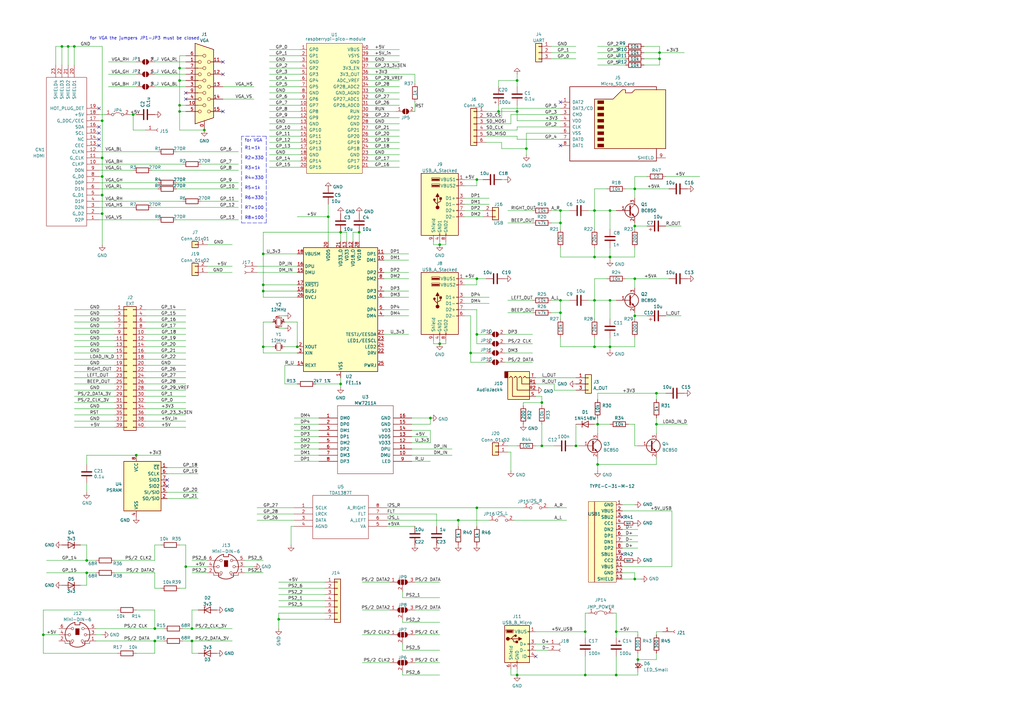
<source format=kicad_sch>
(kicad_sch (version 20211123) (generator eeschema)
  (paper "A3")
  (junction (at 73.66 45.72))
  (junction (at 260.35 237.49))
  (junction (at 193.04 144.78))
  (junction (at 121.92 142.24))
  (junction (at 73.66 33.02))
  (junction (at 229.87 123.19))
  (junction (at 252.73 276.86))
  (junction (at 250.19 86.36))
  (junction (at 229.87 91.44))
  (junction (at 269.24 173.99))
  (junction (at 195.58 137.16))
  (junction (at 35.56 234.95))
  (junction (at 250.19 105.41))
  (junction (at 139.7 157.48))
  (junction (at 107.95 119.38))
  (junction (at 73.66 27.94))
  (junction (at 76.2 232.41))
  (junction (at 215.9 60.96))
  (junction (at 63.5 257.81))
  (junction (at 147.32 95.25))
  (junction (at 240.03 276.86))
  (junction (at 250.19 123.19))
  (junction (at 78.74 262.89))
  (junction (at 25.4 19.05))
  (junction (at 30.48 19.05))
  (junction (at 41.91 80.01))
  (junction (at 78.74 257.81))
  (junction (at 195.58 73.66))
  (junction (at 17.78 260.35))
  (junction (at 229.87 128.27))
  (junction (at 195.58 208.28))
  (junction (at 180.34 140.97))
  (junction (at 114.3 254))
  (junction (at 41.91 49.53))
  (junction (at 270.51 21.59))
  (junction (at 107.95 142.24))
  (junction (at 73.66 43.18))
  (junction (at 212.09 276.86))
  (junction (at 212.09 45.72))
  (junction (at 35.56 229.87))
  (junction (at 204.47 45.72))
  (junction (at 270.51 24.13))
  (junction (at 195.58 114.3))
  (junction (at 139.7 95.25))
  (junction (at 212.09 33.02))
  (junction (at 260.35 92.71))
  (junction (at 243.84 105.41))
  (junction (at 27.94 19.05))
  (junction (at 222.25 165.1))
  (junction (at 222.25 182.88))
  (junction (at 261.62 270.51))
  (junction (at 240.03 259.08))
  (junction (at 243.84 142.24))
  (junction (at 260.35 129.54))
  (junction (at 187.96 213.36))
  (junction (at 41.91 72.39))
  (junction (at 250.19 142.24))
  (junction (at 41.91 64.77))
  (junction (at 83.82 53.34))
  (junction (at 63.5 262.89))
  (junction (at 107.95 116.84))
  (junction (at 245.11 173.99))
  (junction (at 269.24 161.29))
  (junction (at 134.62 88.9))
  (junction (at 236.22 182.88))
  (junction (at 245.11 190.5))
  (junction (at 260.35 77.47))
  (junction (at 252.73 259.08))
  (junction (at 55.88 186.69))
  (junction (at 54.61 46.99))
  (junction (at 107.95 104.14))
  (junction (at 260.35 114.3))
  (junction (at 243.84 123.19))
  (junction (at 176.53 171.45))
  (junction (at 41.91 87.63))
  (junction (at 180.34 100.33))
  (junction (at 229.87 86.36))
  (junction (at 243.84 86.36))
  (no_connect (at 219.71 269.24))
  (no_connect (at 255.27 227.33))
  (no_connect (at 255.27 212.09))
  (no_connect (at 68.58 196.85))
  (no_connect (at 76.2 38.1))
  (no_connect (at 76.2 40.64))
  (no_connect (at 91.44 45.72))
  (no_connect (at 91.44 30.48))
  (no_connect (at 91.44 25.4))
  (no_connect (at 40.64 57.15))
  (no_connect (at 40.64 59.69))
  (no_connect (at 40.64 44.45))
  (no_connect (at 40.64 52.07))
  (no_connect (at 40.64 54.61))
  (no_connect (at 68.58 199.39))
  (no_connect (at 229.87 59.69))
  (no_connect (at 229.87 41.91))
  (wire (pts (xy 195.58 127) (xy 195.58 137.16)))
  (wire (pts (xy 158.75 208.28) (xy 195.58 208.28)))
  (wire (pts (xy 229.87 123.19) (xy 233.68 123.19)))
  (wire (pts (xy 158.75 210.82) (xy 179.07 210.82)))
  (wire (pts (xy 208.28 123.19) (xy 218.44 123.19)))
  (wire (pts (xy 260.35 129.54) (xy 265.43 129.54)))
  (wire (pts (xy 229.87 86.36) (xy 229.87 91.44)))
  (wire (pts (xy 35.56 198.12) (xy 35.56 201.93)))
  (wire (pts (xy 199.39 140.97) (xy 195.58 140.97)))
  (wire (pts (xy 260.35 72.39) (xy 260.35 77.47)))
  (wire (pts (xy 229.87 91.44) (xy 229.87 93.98)))
  (wire (pts (xy 116.84 142.24) (xy 121.92 142.24)))
  (wire (pts (xy 243.84 77.47) (xy 248.92 77.47)))
  (wire (pts (xy 195.58 73.66) (xy 198.12 73.66)))
  (wire (pts (xy 110.49 45.72) (xy 123.19 45.72)))
  (wire (pts (xy 120.65 215.9) (xy 119.38 215.9)))
  (wire (pts (xy 105.41 111.76) (xy 121.92 111.76)))
  (wire (pts (xy 73.66 43.18) (xy 73.66 33.02)))
  (wire (pts (xy 270.51 26.67) (xy 264.16 26.67)))
  (wire (pts (xy 190.5 81.28) (xy 200.66 81.28)))
  (wire (pts (xy 165.1 254) (xy 165.1 255.27)))
  (wire (pts (xy 207.01 148.59) (xy 218.44 148.59)))
  (wire (pts (xy 219.71 259.08) (xy 240.03 259.08)))
  (wire (pts (xy 255.27 237.49) (xy 260.35 237.49)))
  (wire (pts (xy 195.58 140.97) (xy 195.58 137.16)))
  (wire (pts (xy 219.71 264.16) (xy 224.79 264.16)))
  (wire (pts (xy 72.39 74.93) (xy 97.79 74.93)))
  (wire (pts (xy 62.23 85.09) (xy 97.79 85.09)))
  (wire (pts (xy 41.91 80.01) (xy 41.91 87.63)))
  (wire (pts (xy 199.39 58.42) (xy 205.74 58.42)))
  (wire (pts (xy 255.27 217.17) (xy 261.62 217.17)))
  (wire (pts (xy 35.56 186.69) (xy 35.56 190.5)))
  (wire (pts (xy 224.79 208.28) (xy 232.41 208.28)))
  (wire (pts (xy 180.34 99.06) (xy 180.34 100.33)))
  (wire (pts (xy 85.09 100.33) (xy 95.25 100.33)))
  (wire (pts (xy 59.69 167.64) (xy 76.2 167.64)))
  (wire (pts (xy 82.55 82.55) (xy 97.79 82.55)))
  (wire (pts (xy 214.63 166.37) (xy 214.63 165.1)))
  (wire (pts (xy 255.27 222.25) (xy 261.62 222.25)))
  (wire (pts (xy 63.5 267.97) (xy 55.88 267.97)))
  (wire (pts (xy 250.19 123.19) (xy 252.73 123.19)))
  (wire (pts (xy 245.11 190.5) (xy 245.11 187.96)))
  (wire (pts (xy 243.84 101.6) (xy 243.84 105.41)))
  (wire (pts (xy 193.04 148.59) (xy 199.39 148.59)))
  (wire (pts (xy 176.53 176.53) (xy 168.91 176.53)))
  (wire (pts (xy 243.84 105.41) (xy 250.19 105.41)))
  (wire (pts (xy 39.37 229.87) (xy 35.56 229.87)))
  (wire (pts (xy 59.69 132.08) (xy 76.2 132.08)))
  (wire (pts (xy 53.34 46.99) (xy 54.61 46.99)))
  (wire (pts (xy 269.24 259.08) (xy 269.24 260.35)))
  (wire (pts (xy 151.13 20.32) (xy 163.83 20.32)))
  (wire (pts (xy 195.58 208.28) (xy 195.58 215.9)))
  (wire (pts (xy 63.5 262.89) (xy 67.31 262.89)))
  (wire (pts (xy 59.69 127) (xy 76.2 127)))
  (wire (pts (xy 250.19 86.36) (xy 250.19 93.98)))
  (wire (pts (xy 190.5 83.82) (xy 200.66 83.82)))
  (wire (pts (xy 30.48 144.78) (xy 46.99 144.78)))
  (wire (pts (xy 78.74 267.97) (xy 78.74 262.89)))
  (wire (pts (xy 110.49 68.58) (xy 123.19 68.58)))
  (wire (pts (xy 76.2 232.41) (xy 76.2 241.3)))
  (wire (pts (xy 157.48 127) (xy 167.64 127)))
  (wire (pts (xy 30.48 139.7) (xy 46.99 139.7)))
  (wire (pts (xy 83.82 53.34) (xy 73.66 53.34)))
  (wire (pts (xy 252.73 276.86) (xy 252.73 269.24)))
  (wire (pts (xy 252.73 276.86) (xy 261.62 276.86)))
  (wire (pts (xy 209.55 274.32) (xy 209.55 276.86)))
  (wire (pts (xy 177.8 139.7) (xy 177.8 140.97)))
  (wire (pts (xy 170.18 271.78) (xy 180.34 271.78)))
  (wire (pts (xy 243.84 93.98) (xy 243.84 86.36)))
  (wire (pts (xy 120.65 186.69) (xy 130.81 186.69)))
  (wire (pts (xy 107.95 144.78) (xy 107.95 142.24)))
  (wire (pts (xy 139.7 95.25) (xy 107.95 95.25)))
  (wire (pts (xy 256.54 77.47) (xy 260.35 77.47)))
  (wire (pts (xy 107.95 121.92) (xy 121.92 121.92)))
  (wire (pts (xy 120.65 181.61) (xy 130.81 181.61)))
  (wire (pts (xy 110.49 50.8) (xy 123.19 50.8)))
  (wire (pts (xy 68.58 194.31) (xy 81.28 194.31)))
  (wire (pts (xy 215.9 54.61) (xy 215.9 60.96)))
  (wire (pts (xy 151.13 43.18) (xy 163.83 43.18)))
  (wire (pts (xy 261.62 270.51) (xy 269.24 270.51)))
  (wire (pts (xy 110.49 55.88) (xy 123.19 55.88)))
  (wire (pts (xy 260.35 128.27) (xy 260.35 129.54)))
  (wire (pts (xy 212.09 53.34) (xy 212.09 52.07)))
  (wire (pts (xy 147.32 95.25) (xy 147.32 99.06)))
  (wire (pts (xy 151.13 58.42) (xy 163.83 58.42)))
  (wire (pts (xy 100.33 234.95) (xy 107.95 234.95)))
  (wire (pts (xy 260.35 182.88) (xy 261.62 182.88)))
  (wire (pts (xy 212.09 55.88) (xy 199.39 55.88)))
  (wire (pts (xy 107.95 95.25) (xy 107.95 104.14)))
  (wire (pts (xy 40.64 85.09) (xy 54.61 85.09)))
  (wire (pts (xy 229.87 142.24) (xy 229.87 138.43)))
  (wire (pts (xy 229.87 105.41) (xy 229.87 101.6)))
  (wire (pts (xy 245.11 24.13) (xy 256.54 24.13)))
  (wire (pts (xy 114.3 254) (xy 133.35 254)))
  (wire (pts (xy 95.25 111.76) (xy 85.09 111.76)))
  (wire (pts (xy 110.49 43.18) (xy 123.19 43.18)))
  (wire (pts (xy 157.48 137.16) (xy 167.64 137.16)))
  (wire (pts (xy 227.33 160.02) (xy 236.22 160.02)))
  (wire (pts (xy 41.91 19.05) (xy 30.48 19.05)))
  (wire (pts (xy 222.25 182.88) (xy 227.33 182.88)))
  (wire (pts (xy 59.69 157.48) (xy 76.2 157.48)))
  (wire (pts (xy 260.35 173.99) (xy 260.35 182.88)))
  (wire (pts (xy 170.18 250.19) (xy 180.34 250.19)))
  (wire (pts (xy 120.65 171.45) (xy 130.81 171.45)))
  (wire (pts (xy 73.66 33.02) (xy 76.2 33.02)))
  (wire (pts (xy 190.5 86.36) (xy 198.12 86.36)))
  (wire (pts (xy 30.48 157.48) (xy 46.99 157.48)))
  (wire (pts (xy 59.69 137.16) (xy 76.2 137.16)))
  (wire (pts (xy 208.28 128.27) (xy 218.44 128.27)))
  (wire (pts (xy 41.91 64.77) (xy 41.91 72.39)))
  (wire (pts (xy 41.91 72.39) (xy 41.91 80.01)))
  (wire (pts (xy 39.37 257.81) (xy 63.5 257.81)))
  (wire (pts (xy 59.69 139.7) (xy 76.2 139.7)))
  (wire (pts (xy 165.1 276.86) (xy 180.34 276.86)))
  (wire (pts (xy 256.54 114.3) (xy 260.35 114.3)))
  (wire (pts (xy 151.13 38.1) (xy 163.83 38.1)))
  (wire (pts (xy 243.84 86.36) (xy 250.19 86.36)))
  (wire (pts (xy 110.49 35.56) (xy 123.19 35.56)))
  (wire (pts (xy 195.58 137.16) (xy 199.39 137.16)))
  (wire (pts (xy 165.1 264.16) (xy 165.1 266.7)))
  (wire (pts (xy 269.24 161.29) (xy 269.24 163.83)))
  (wire (pts (xy 151.13 33.02) (xy 163.83 33.02)))
  (wire (pts (xy 177.8 100.33) (xy 180.34 100.33)))
  (wire (pts (xy 179.07 215.9) (xy 179.07 210.82)))
  (wire (pts (xy 110.49 63.5) (xy 123.19 63.5)))
  (wire (pts (xy 208.28 182.88) (xy 212.09 182.88)))
  (wire (pts (xy 59.69 134.62) (xy 76.2 134.62)))
  (wire (pts (xy 250.19 142.24) (xy 250.19 138.43)))
  (wire (pts (xy 269.24 173.99) (xy 269.24 177.8)))
  (wire (pts (xy 151.13 48.26) (xy 163.83 48.26)))
  (wire (pts (xy 134.62 83.82) (xy 134.62 88.9)))
  (wire (pts (xy 63.5 25.4) (xy 76.2 25.4)))
  (wire (pts (xy 110.49 53.34) (xy 123.19 53.34)))
  (wire (pts (xy 44.45 35.56) (xy 55.88 35.56)))
  (wire (pts (xy 269.24 270.51) (xy 269.24 267.97)))
  (wire (pts (xy 30.48 165.1) (xy 46.99 165.1)))
  (wire (pts (xy 269.24 171.45) (xy 269.24 173.99)))
  (wire (pts (xy 30.48 170.18) (xy 46.99 170.18)))
  (wire (pts (xy 107.95 104.14) (xy 121.92 104.14)))
  (wire (pts (xy 139.7 154.94) (xy 139.7 157.48)))
  (wire (pts (xy 261.62 259.08) (xy 261.62 260.35)))
  (wire (pts (xy 245.11 193.04) (xy 245.11 190.5)))
  (wire (pts (xy 260.35 77.47) (xy 260.35 81.28)))
  (wire (pts (xy 114.3 241.3) (xy 133.35 241.3)))
  (wire (pts (xy 73.66 223.52) (xy 76.2 223.52)))
  (wire (pts (xy 35.56 229.87) (xy 19.05 229.87)))
  (wire (pts (xy 134.62 76.2) (xy 134.62 77.47)))
  (wire (pts (xy 40.64 87.63) (xy 41.91 87.63)))
  (wire (pts (xy 240.03 276.86) (xy 252.73 276.86)))
  (wire (pts (xy 250.19 142.24) (xy 250.19 143.51)))
  (wire (pts (xy 255.27 219.71) (xy 261.62 219.71)))
  (polyline (pts (xy 109.22 91.44) (xy 109.22 55.88)))
  (wire (pts (xy 212.09 45.72) (xy 204.47 45.72)))
  (wire (pts (xy 59.69 172.72) (xy 76.2 172.72)))
  (wire (pts (xy 40.64 62.23) (xy 64.77 62.23)))
  (wire (pts (xy 195.58 76.2) (xy 195.58 73.66)))
  (wire (pts (xy 78.74 229.87) (xy 85.09 229.87)))
  (wire (pts (xy 27.94 19.05) (xy 27.94 26.67)))
  (wire (pts (xy 30.48 19.05) (xy 30.48 26.67)))
  (wire (pts (xy 260.35 114.3) (xy 260.35 118.11)))
  (wire (pts (xy 260.35 92.71) (xy 260.35 93.98)))
  (wire (pts (xy 205.74 60.96) (xy 215.9 60.96)))
  (wire (pts (xy 229.87 123.19) (xy 229.87 128.27)))
  (wire (pts (xy 208.28 86.36) (xy 218.44 86.36)))
  (wire (pts (xy 30.48 162.56) (xy 46.99 162.56)))
  (wire (pts (xy 110.49 58.42) (xy 123.19 58.42)))
  (wire (pts (xy 30.48 172.72) (xy 46.99 172.72)))
  (wire (pts (xy 30.48 127) (xy 46.99 127)))
  (wire (pts (xy 222.25 173.99) (xy 222.25 182.88)))
  (wire (pts (xy 210.82 213.36) (xy 232.41 213.36)))
  (wire (pts (xy 207.01 137.16) (xy 218.44 137.16)))
  (wire (pts (xy 144.78 99.06) (xy 144.78 95.25)))
  (wire (pts (xy 260.35 129.54) (xy 260.35 130.81)))
  (wire (pts (xy 30.48 132.08) (xy 46.99 132.08)))
  (wire (pts (xy 209.55 185.42) (xy 209.55 193.04)))
  (wire (pts (xy 17.78 260.35) (xy 24.13 260.35)))
  (wire (pts (xy 121.92 88.9) (xy 134.62 88.9)))
  (wire (pts (xy 176.53 171.45) (xy 168.91 171.45)))
  (wire (pts (xy 59.69 154.94) (xy 76.2 154.94)))
  (wire (pts (xy 219.71 266.7) (xy 224.79 266.7)))
  (wire (pts (xy 243.84 130.81) (xy 243.84 123.19)))
  (wire (pts (xy 30.48 167.64) (xy 46.99 167.64)))
  (wire (pts (xy 110.49 48.26) (xy 123.19 48.26)))
  (wire (pts (xy 59.69 175.26) (xy 76.2 175.26)))
  (wire (pts (xy 260.35 237.49) (xy 262.89 237.49)))
  (wire (pts (xy 260.35 138.43) (xy 260.35 142.24)))
  (wire (pts (xy 204.47 45.72) (xy 199.39 45.72)))
  (wire (pts (xy 222.25 166.37) (xy 222.25 165.1)))
  (wire (pts (xy 260.35 92.71) (xy 265.43 92.71)))
  (wire (pts (xy 114.3 243.84) (xy 133.35 243.84)))
  (wire (pts (xy 114.3 246.38) (xy 133.35 246.38)))
  (wire (pts (xy 25.4 19.05) (xy 25.4 26.67)))
  (wire (pts (xy 264.16 21.59) (xy 270.51 21.59)))
  (wire (pts (xy 68.58 204.47) (xy 81.28 204.47)))
  (wire (pts (xy 261.62 276.86) (xy 261.62 275.59)))
  (wire (pts (xy 212.09 49.53) (xy 212.09 45.72)))
  (wire (pts (xy 134.62 88.9) (xy 134.62 99.06)))
  (wire (pts (xy 30.48 149.86) (xy 46.99 149.86)))
  (wire (pts (xy 62.23 69.85) (xy 97.79 69.85)))
  (wire (pts (xy 245.11 163.83) (xy 245.11 161.29)))
  (wire (pts (xy 250.19 105.41) (xy 250.19 106.68)))
  (wire (pts (xy 151.13 25.4) (xy 163.83 25.4)))
  (wire (pts (xy 151.13 35.56) (xy 163.83 35.56)))
  (wire (pts (xy 72.39 90.17) (xy 97.79 90.17)))
  (wire (pts (xy 68.58 191.77) (xy 81.28 191.77)))
  (wire (pts (xy 111.76 132.08) (xy 107.95 132.08)))
  (wire (pts (xy 100.33 232.41) (xy 104.14 232.41)))
  (wire (pts (xy 243.84 105.41) (xy 229.87 105.41)))
  (wire (pts (xy 121.92 157.48) (xy 116.84 157.48)))
  (wire (pts (xy 76.2 232.41) (xy 85.09 232.41)))
  (wire (pts (xy 251.46 251.46) (xy 252.73 251.46)))
  (wire (pts (xy 19.05 234.95) (xy 35.56 234.95)))
  (wire (pts (xy 40.64 72.39) (xy 41.91 72.39)))
  (wire (pts (xy 243.84 123.19) (xy 250.19 123.19)))
  (wire (pts (xy 260.35 77.47) (xy 274.32 77.47)))
  (wire (pts (xy 209.55 276.86) (xy 212.09 276.86)))
  (wire (pts (xy 40.64 82.55) (xy 74.93 82.55)))
  (wire (pts (xy 40.64 90.17) (xy 64.77 90.17)))
  (wire (pts (xy 215.9 60.96) (xy 215.9 63.5)))
  (wire (pts (xy 30.48 137.16) (xy 46.99 137.16)))
  (wire (pts (xy 195.58 73.66) (xy 190.5 73.66)))
  (wire (pts (xy 59.69 129.54) (xy 76.2 129.54)))
  (wire (pts (xy 209.55 46.99) (xy 229.87 46.99)))
  (wire (pts (xy 226.06 24.13) (xy 236.22 24.13)))
  (wire (pts (xy 250.19 123.19) (xy 250.19 130.81)))
  (wire (pts (xy 158.75 213.36) (xy 187.96 213.36)))
  (wire (pts (xy 205.74 44.45) (xy 229.87 44.45)))
  (wire (pts (xy 39.37 260.35) (xy 41.91 260.35)))
  (polyline (pts (xy 99.06 91.44) (xy 109.22 91.44)))
  (wire (pts (xy 275.59 209.55) (xy 275.59 232.41)))
  (wire (pts (xy 195.58 114.3) (xy 190.5 114.3)))
  (wire (pts (xy 207.01 140.97) (xy 218.44 140.97)))
  (wire (pts (xy 151.13 63.5) (xy 163.83 63.5)))
  (wire (pts (xy 264.16 24.13) (xy 270.51 24.13)))
  (wire (pts (xy 63.5 241.3) (xy 63.5 234.95)))
  (wire (pts (xy 25.4 19.05) (xy 22.86 19.05)))
  (wire (pts (xy 105.41 208.28) (xy 120.65 208.28)))
  (wire (pts (xy 59.69 149.86) (xy 76.2 149.86)))
  (wire (pts (xy 195.58 116.84) (xy 195.58 114.3)))
  (wire (pts (xy 17.78 267.97) (xy 17.78 260.35)))
  (wire (pts (xy 78.74 234.95) (xy 85.09 234.95)))
  (wire (pts (xy 63.5 257.81) (xy 67.31 257.81)))
  (wire (pts (xy 219.71 157.48) (xy 227.33 157.48)))
  (wire (pts (xy 151.13 45.72) (xy 162.56 45.72)))
  (wire (pts (xy 74.93 257.81) (xy 78.74 257.81)))
  (wire (pts (xy 40.64 67.31) (xy 74.93 67.31)))
  (wire (pts (xy 229.87 86.36) (xy 233.68 86.36)))
  (wire (pts (xy 190.5 129.54) (xy 193.04 129.54)))
  (wire (pts (xy 208.28 91.44) (xy 218.44 91.44)))
  (wire (pts (xy 270.51 24.13) (xy 270.51 26.67)))
  (wire (pts (xy 59.69 147.32) (xy 76.2 147.32)))
  (wire (pts (xy 151.13 55.88) (xy 163.83 55.88)))
  (wire (pts (xy 227.33 157.48) (xy 227.33 160.02)))
  (wire (pts (xy 168.91 181.61) (xy 176.53 181.61)))
  (wire (pts (xy 245.11 21.59) (xy 256.54 21.59)))
  (wire (pts (xy 260.35 101.6) (xy 260.35 105.41)))
  (wire (pts (xy 82.55 67.31) (xy 97.79 67.31)))
  (wire (pts (xy 73.66 43.18) (xy 76.2 43.18)))
  (wire (pts (xy 110.49 66.04) (xy 123.19 66.04)))
  (wire (pts (xy 59.69 160.02) (xy 76.2 160.02)))
  (wire (pts (xy 114.3 238.76) (xy 133.35 238.76)))
  (wire (pts (xy 229.87 128.27) (xy 229.87 130.81)))
  (wire (pts (xy 195.58 114.3) (xy 199.39 114.3)))
  (wire (pts (xy 40.64 77.47) (xy 64.77 77.47)))
  (wire (pts (xy 30.48 160.02) (xy 46.99 160.02)))
  (wire (pts (xy 252.73 259.08) (xy 252.73 261.62)))
  (wire (pts (xy 35.56 234.95) (xy 39.37 234.95)))
  (wire (pts (xy 190.5 116.84) (xy 195.58 116.84)))
  (wire (pts (xy 190.5 121.92) (xy 200.66 121.92)))
  (polyline (pts (xy 99.06 55.88) (xy 99.06 60.96)))
  (wire (pts (xy 74.93 262.89) (xy 78.74 262.89)))
  (wire (pts (xy 250.19 105.41) (xy 250.19 101.6)))
  (wire (pts (xy 243.84 114.3) (xy 248.92 114.3)))
  (wire (pts (xy 40.64 80.01) (xy 41.91 80.01)))
  (wire (pts (xy 76.2 241.3) (xy 73.66 241.3)))
  (wire (pts (xy 68.58 201.93) (xy 81.28 201.93)))
  (wire (pts (xy 39.37 262.89) (xy 63.5 262.89)))
  (wire (pts (xy 76.2 223.52) (xy 76.2 232.41)))
  (wire (pts (xy 195.58 208.28) (xy 214.63 208.28)))
  (wire (pts (xy 177.8 140.97) (xy 180.34 140.97)))
  (wire (pts (xy 139.7 157.48) (xy 139.7 158.75)))
  (wire (pts (xy 40.64 69.85) (xy 54.61 69.85)))
  (wire (pts (xy 30.48 154.94) (xy 46.99 154.94)))
  (wire (pts (xy 107.95 119.38) (xy 121.92 119.38)))
  (wire (pts (xy 17.78 250.19) (xy 17.78 260.35)))
  (wire (pts (xy 40.64 74.93) (xy 64.77 74.93)))
  (wire (pts (xy 107.95 116.84) (xy 121.92 116.84)))
  (wire (pts (xy 40.64 49.53) (xy 41.91 49.53)))
  (wire (pts (xy 30.48 147.32) (xy 46.99 147.32)))
  (wire (pts (xy 35.56 223.52) (xy 35.56 229.87)))
  (wire (pts (xy 54.61 53.34) (xy 54.61 46.99)))
  (wire (pts (xy 72.39 77.47) (xy 97.79 77.47)))
  (wire (pts (xy 199.39 48.26) (xy 205.74 48.26)))
  (wire (pts (xy 243.84 86.36) (xy 243.84 77.47)))
  (wire (pts (xy 260.35 105.41) (xy 250.19 105.41)))
  (wire (pts (xy 91.44 40.64) (xy 104.14 40.64)))
  (polyline (pts (xy 99.06 60.96) (xy 99.06 91.44)))
  (wire (pts (xy 41.91 64.77) (xy 41.91 49.53)))
  (wire (pts (xy 182.88 140.97) (xy 182.88 139.7)))
  (wire (pts (xy 59.69 170.18) (xy 76.2 170.18)))
  (wire (pts (xy 245.11 171.45) (xy 245.11 173.99)))
  (wire (pts (xy 252.73 251.46) (xy 252.73 259.08)))
  (wire (pts (xy 204.47 33.02) (xy 212.09 33.02)))
  (wire (pts (xy 168.91 189.23) (xy 176.53 189.23)))
  (wire (pts (xy 180.34 140.97) (xy 182.88 140.97)))
  (wire (pts (xy 236.22 182.88) (xy 237.49 182.88)))
  (wire (pts (xy 260.35 234.95) (xy 260.35 237.49)))
  (wire (pts (xy 151.13 68.58) (xy 163.83 68.58)))
  (wire (pts (xy 207.01 144.78) (xy 218.44 144.78)))
  (wire (pts (xy 30.48 134.62) (xy 46.99 134.62)))
  (wire (pts (xy 116.84 132.08) (xy 121.92 132.08)))
  (wire (pts (xy 241.3 251.46) (xy 240.03 251.46)))
  (wire (pts (xy 116.84 157.48) (xy 116.84 149.86)))
  (wire (pts (xy 151.13 53.34) (xy 163.83 53.34)))
  (wire (pts (xy 157.48 129.54) (xy 167.64 129.54)))
  (wire (pts (xy 165.1 275.59) (xy 165.1 276.86)))
  (wire (pts (xy 91.44 35.56) (xy 104.14 35.56)))
  (wire (pts (xy 193.04 129.54) (xy 193.04 144.78)))
  (wire (pts (xy 205.74 48.26) (xy 205.74 44.45)))
  (wire (pts (xy 168.91 179.07) (xy 175.26 179.07)))
  (wire (pts (xy 182.88 100.33) (xy 182.88 99.06)))
  (wire (pts (xy 190.5 124.46) (xy 200.66 124.46)))
  (wire (pts (xy 168.91 173.99) (xy 176.53 173.99)))
  (wire (pts (xy 269.24 161.29) (xy 273.05 161.29)))
  (wire (pts (xy 245.11 26.67) (xy 256.54 26.67)))
  (wire (pts (xy 73.66 33.02) (xy 73.66 27.94)))
  (wire (pts (xy 260.35 142.24) (xy 250.19 142.24)))
  (wire (pts (xy 240.03 269.24) (xy 240.03 276.86)))
  (wire (pts (xy 73.66 27.94) (xy 73.66 22.86)))
  (wire (pts (xy 180.34 139.7) (xy 180.34 140.97)))
  (wire (pts (xy 63.5 35.56) (xy 76.2 35.56)))
  (wire (pts (xy 214.63 165.1) (xy 222.25 165.1)))
  (wire (pts (xy 190.5 127) (xy 195.58 127)))
  (wire (pts (xy 59.69 165.1) (xy 76.2 165.1)))
  (wire (pts (xy 158.75 215.9) (xy 170.18 215.9)))
  (wire (pts (xy 151.13 27.94) (xy 163.83 27.94)))
  (wire (pts (xy 114.3 251.46) (xy 114.3 254)))
  (wire (pts (xy 40.64 46.99) (xy 43.18 46.99)))
  (wire (pts (xy 129.54 157.48) (xy 139.7 157.48)))
  (wire (pts (xy 255.27 209.55) (xy 275.59 209.55)))
  (wire (pts (xy 222.25 165.1) (xy 222.25 162.56)))
  (wire (pts (xy 275.59 232.41) (xy 255.27 232.41)))
  (wire (pts (xy 107.95 132.08) (xy 107.95 142.24)))
  (wire (pts (xy 54.61 46.99) (xy 55.88 46.99)))
  (wire (pts (xy 114.3 134.62) (xy 116.84 134.62)))
  (wire (pts (xy 119.38 215.9) (xy 119.38 223.52)))
  (wire (pts (xy 30.48 152.4) (xy 46.99 152.4)))
  (wire (pts (xy 110.49 40.64) (xy 123.19 40.64)))
  (wire (pts (xy 110.49 33.02) (xy 123.19 33.02)))
  (wire (pts (xy 100.33 229.87) (xy 107.95 229.87)))
  (wire (pts (xy 107.95 116.84) (xy 107.95 119.38)))
  (wire (pts (xy 212.09 30.48) (xy 212.09 33.02)))
  (wire (pts (xy 212.09 57.15) (xy 229.87 57.15)))
  (wire (pts (xy 245.11 173.99) (xy 250.19 173.99)))
  (wire (pts (xy 269.24 173.99) (xy 281.94 173.99)))
  (wire (pts (xy 226.06 86.36) (xy 229.87 86.36)))
  (wire (pts (xy 144.78 95.25) (xy 147.32 95.25)))
  (wire (pts (xy 107.95 104.14) (xy 107.95 116.84)))
  (wire (pts (xy 44.45 30.48) (xy 55.88 30.48)))
  (wire (pts (xy 63.5 262.89) (xy 63.5 267.97)))
  (wire (pts (xy 55.88 186.69) (xy 66.04 186.69)))
  (wire (pts (xy 245.11 161.29) (xy 269.24 161.29)))
  (wire (pts (xy 151.13 22.86) (xy 163.83 22.86)))
  (wire (pts (xy 46.99 234.95) (xy 63.5 234.95)))
  (wire (pts (xy 78.74 250.19) (xy 78.74 257.81)))
  (wire (pts (xy 120.65 179.07) (xy 130.81 179.07)))
  (wire (pts (xy 139.7 95.25) (xy 139.7 99.06)))
  (wire (pts (xy 199.39 50.8) (xy 209.55 50.8)))
  (wire (pts (xy 273.05 129.54) (xy 279.4 129.54)))
  (wire (pts (xy 165.1 266.7) (xy 180.34 266.7)))
  (wire (pts (xy 110.49 25.4) (xy 123.19 25.4)))
  (wire (pts (xy 78.74 262.89) (xy 95.25 262.89)))
  (wire (pts (xy 73.66 22.86) (xy 76.2 22.86)))
  (wire (pts (xy 95.25 109.22) (xy 85.09 109.22)))
  (wire (pts (xy 257.81 173.99) (xy 260.35 173.99)))
  (wire (pts (xy 72.39 62.23) (xy 97.79 62.23)))
  (wire (pts (xy 120.65 176.53) (xy 130.81 176.53)))
  (wire (pts (xy 240.03 251.46) (xy 240.03 259.08)))
  (wire (pts (xy 148.59 271.78) (xy 160.02 271.78)))
  (wire (pts (xy 41.91 19.05) (xy 41.91 49.53)))
  (wire (pts (xy 110.49 22.86) (xy 123.19 22.86)))
  (wire (pts (xy 264.16 19.05) (xy 270.51 19.05)))
  (wire (pts (xy 105.41 210.82) (xy 120.65 210.82)))
  (wire (pts (xy 170.18 260.35) (xy 180.34 260.35)))
  (wire (pts (xy 241.3 86.36) (xy 243.84 86.36)))
  (wire (pts (xy 168.91 184.15) (xy 185.42 184.15)))
  (wire (pts (xy 33.02 223.52) (xy 35.56 223.52)))
  (wire (pts (xy 176.53 173.99) (xy 176.53 171.45)))
  (wire (pts (xy 212.09 52.07) (xy 229.87 52.07)))
  (wire (pts (xy 121.92 132.08) (xy 121.92 142.24)))
  (wire (pts (xy 63.5 229.87) (xy 63.5 223.52)))
  (wire (pts (xy 243.84 142.24) (xy 229.87 142.24)))
  (wire (pts (xy 151.13 30.48) (xy 170.18 30.48)))
  (wire (pts (xy 114.3 251.46) (xy 133.35 251.46)))
  (wire (pts (xy 157.48 121.92) (xy 167.64 121.92)))
  (wire (pts (xy 35.56 234.95) (xy 35.56 240.03)))
  (wire (pts (xy 48.26 267.97) (xy 17.78 267.97)))
  (wire (pts (xy 176.53 181.61) (xy 176.53 176.53)))
  (wire (pts (xy 63.5 241.3) (xy 66.04 241.3)))
  (wire (pts (xy 114.3 129.54) (xy 116.84 129.54)))
  (wire (pts (xy 212.09 33.02) (xy 212.09 35.56)))
  (wire (pts (xy 157.48 119.38) (xy 167.64 119.38)))
  (wire (pts (xy 245.11 173.99) (xy 245.11 177.8)))
  (wire (pts (xy 59.69 142.24) (xy 76.2 142.24)))
  (wire (pts (xy 260.35 91.44) (xy 260.35 92.71)))
  (wire (pts (xy 255.27 234.95) (xy 260.35 234.95)))
  (wire (pts (xy 177.8 99.06) (xy 177.8 100.33)))
  (wire (pts (xy 81.28 250.19) (xy 78.74 250.19)))
  (wire (pts (xy 219.71 182.88) (xy 222.25 182.88)))
  (wire (pts (xy 59.69 152.4) (xy 76.2 152.4)))
  (wire (pts (xy 151.13 40.64) (xy 163.83 40.64)))
  (wire (pts (xy 245.11 190.5) (xy 269.24 190.5)))
  (wire (pts (xy 245.11 19.05) (xy 256.54 19.05)))
  (wire (pts (xy 236.22 173.99) (xy 236.22 182.88)))
  (wire (pts (xy 226.06 128.27) (xy 229.87 128.27)))
  (wire (pts (xy 63.5 30.48) (xy 76.2 30.48)))
  (wire (pts (xy 226.06 21.59) (xy 236.22 21.59)))
  (wire (pts (xy 243.84 138.43) (xy 243.84 142.24)))
  (wire (pts (xy 265.43 72.39) (xy 260.35 72.39)))
  (wire (pts (xy 204.47 43.18) (xy 204.47 45.72)))
  (wire (pts (xy 180.34 100.33) (xy 182.88 100.33)))
  (wire (pts (xy 212.09 49.53) (xy 229.87 49.53)))
  (wire (pts (xy 30.48 175.26) (xy 46.99 175.26)))
  (wire (pts (xy 190.5 88.9) (xy 198.12 88.9)))
  (wire (pts (xy 273.05 72.39) (xy 287.02 72.39)))
  (wire (pts (xy 151.13 50.8) (xy 163.83 50.8)))
  (wire (pts (xy 142.24 99.06) (xy 142.24 95.25)))
  (wire (pts (xy 187.96 213.36) (xy 187.96 215.9)))
  (wire (pts (xy 212.09 57.15) (xy 212.09 55.88)))
  (wire (pts (xy 120.65 173.99) (xy 130.81 173.99)))
  (wire (pts (xy 157.48 104.14) (xy 167.64 104.14)))
  (wire (pts (xy 187.96 213.36) (xy 200.66 213.36)))
  (wire (pts (xy 107.95 142.24) (xy 111.76 142.24)))
  (wire (pts (xy 250.19 86.36) (xy 252.73 86.36)))
  (wire (pts (xy 208.28 185.42) (xy 209.55 185.42)))
  (wire (pts (xy 271.78 259.08) (xy 269.24 259.08)))
  (wire (pts (xy 212.09 276.86) (xy 240.03 276.86)))
  (wire (pts (xy 107.95 119.38) (xy 107.95 121.92)))
  (wire (pts (xy 110.49 38.1) (xy 123.19 38.1)))
  (wire (pts (xy 209.55 50.8) (xy 209.55 46.99)))
  (wire (pts (xy 120.65 189.23) (xy 130.81 189.23)))
  (wire (pts (xy 30.48 19.05) (xy 27.94 19.05)))
  (wire (pts (xy 168.91 186.69) (xy 185.42 186.69)))
  (wire (pts (xy 46.99 229.87) (xy 63.5 229.87)))
  (wire (pts (xy 151.13 60.96) (xy 163.83 60.96)))
  (wire (pts (xy 30.48 142.24) (xy 46.99 142.24)))
  (wire (pts (xy 199.39 53.34) (xy 212.09 53.34)))
  (wire (pts (xy 241.3 123.19) (xy 243.84 123.19)))
  (wire (pts (xy 270.51 19.05) (xy 270.51 21.59)))
  (wire (pts (xy 63.5 223.52) (xy 66.04 223.52)))
  (wire (pts (xy 212.09 276.86) (xy 212.09 274.32)))
  (wire (pts (xy 148.59 250.19) (xy 160.02 250.19)))
  (wire (pts (xy 22.86 19.05) (xy 22.86 26.67)))
  (wire (pts (xy 73.66 53.34) (xy 73.66 45.72)))
  (wire (pts (xy 114.3 254) (xy 114.3 257.81)))
  (wire (pts (xy 240.03 261.62) (xy 240.03 259.08)))
  (wire (pts (xy 226.06 123.19) (xy 229.87 123.19)))
  (wire (pts (xy 55.88 250.19) (xy 63.5 250.19)))
  (wire (pts (xy 215.9 54.61) (xy 229.87 54.61)))
  (wire (pts (xy 59.69 144.78) (xy 76.2 144.78)))
  (wire (pts (xy 193.04 144.78) (xy 199.39 144.78)))
  (wire (pts (xy 219.71 154.94) (xy 236.22 154.94)))
  (wire (pts (xy 165.1 242.57) (xy 165.1 245.11)))
  (wire (pts (xy 236.22 182.88) (xy 234.95 182.88)))
  (wire (pts (xy 252.73 259.08) (xy 261.62 259.08)))
  (wire (pts (xy 105.41 213.36) (xy 120.65 213.36)))
  (wire (pts (xy 116.84 149.86) (xy 121.92 149.86)))
  (wire (pts (xy 157.48 114.3) (xy 167.64 114.3)))
  (wire (pts (xy 226.06 19.05) (xy 236.22 19.05)))
  (wire (pts (xy 110.49 27.94) (xy 123.19 27.94)))
  (wire (pts (xy 204.47 35.56) (xy 204.47 33.02)))
  (wire (pts (xy 105.41 109.22) (xy 121.92 109.22)))
  (wire (pts (xy 205.74 73.66) (xy 207.01 73.66)))
  (wire (pts (xy 212.09 43.18) (xy 212.09 45.72)))
  (wire (pts (xy 273.05 92.71) (xy 279.4 92.71)))
  (wire (pts (xy 41.91 87.63) (xy 41.91 100.33)))
  (wire (pts (xy 121.92 144.78) (xy 107.95 144.78)))
  (wire (pts (xy 170.18 41.91) (xy 170.18 45.72)))
  (wire (pts (xy 170.18 238.76) (xy 180.34 238.76)))
  (wire (pts (xy 73.66 45.72) (xy 73.66 43.18)))
  (wire (pts (xy 40.64 64.77) (xy 41.91 64.77)))
  (wire (pts (xy 63.5 250.19) (xy 63.5 257.81)))
  (wire (pts (xy 243.84 142.24) (xy 250.19 142.24)))
  (wire (pts (xy 35.56 240.03) (xy 33.02 240.03)))
  (wire (pts (xy 78.74 257.81) (xy 95.25 257.81)))
  (wire (pts (xy 110.49 20.32) (xy 123.19 20.32)))
  (wire (pts (xy 157.48 111.76) (xy 167.64 111.76)))
  (wire (pts (xy 148.59 260.35) (xy 160.02 260.35)))
  (wire (pts (xy 114.3 248.92) (xy 133.35 248.92)))
  (wire (pts (xy 148.59 238.76) (xy 160.02 238.76)))
  (wire (pts (xy 270.51 21.59) (xy 270.51 24.13)))
  (wire (pts (xy 151.13 66.04) (xy 163.83 66.04)))
  (wire (pts (xy 59.69 53.34) (xy 54.61 53.34)))
  (wire (pts (xy 35.56 186.69) (xy 55.88 186.69)))
  (wire (pts (xy 48.26 250.19) (xy 17.78 250.19)))
  (polyline (pts (xy 109.22 55.88) (xy 99.06 55.88)))
  (wire (pts (xy 222.25 162.56) (xy 219.71 162.56)))
  (wire (pts (xy 165.1 255.27) (xy 180.34 255.27)))
  (wire (pts (xy 205.74 58.42) (xy 205.74 60.96)))
  (wire (pts (xy 27.94 19.05) (xy 25.4 19.05)))
  (wire (pts (xy 269.24 190.5) (xy 269.24 187.96)))
  (wire (pts (xy 270.51 21.59) (xy 280.67 21.59)))
  (wire (pts (xy 226.06 91.44) (xy 229.87 91.44)))
  (wire (pts (xy 260.35 114.3) (xy 274.32 114.3)))
  (wire (pts (xy 59.69 162.56) (xy 76.2 162.56)))
  (wire (pts (xy 255.27 207.01) (xy 260.35 207.01)))
  (wire (pts (xy 73.66 27.94) (xy 76.2 27.94)))
  (wire (pts (xy 120.65 184.15) (xy 130.81 184.15)))
  (wire (pts (xy 110.49 30.48) (xy 123.19 30.48)))
  (wire (pts (xy 157.48 106.68) (xy 167.64 106.68)))
  (wire (pts (xy 110.49 60.96) (xy 123.19 60.96)))
  (wire (pts (xy 170.18 30.48) (xy 170.18 34.29)))
  (wire (pts (xy 30.48 129.54) (xy 46.99 129.54)))
  (wire (pts (xy 193.04 144.78) (xy 193.04 148.59)))
  (wire (pts (xy 142.24 95.25) (xy 139.7 95.25)))
  (wire (pts (xy 255.27 224.79) (xy 261.62 224.79)))
  (wire (pts (xy 165.1 245.11) (xy 180.34 245.11)))
  (wire (pts (xy 190.5 76.2) (xy 195.58 76.2)))
  (wire (pts (xy 243.84 123.19) (xy 243.84 114.3)))
  (wire (pts (xy 73.66 45.72) (xy 76.2 45.72)))
  (wire (pts (xy 81.28 267.97) (xy 78.74 267.97)))
  (wire (pts (xy 44.45 25.4) (xy 55.88 25.4)))
  (wire (pts (xy 261.62 267.97) (xy 261.62 270.51)))
  (wire (pts (xy 243.84 173.99) (xy 245.11 173.99)))
  (text "for VGA" (at 100.33 58.42 0) (effects (font (size 1.27 1.27)) (justify left bottom)))
  (text "for VGA the jumpers JP1-JP3 must be closed" (at 36.83 16.51 0) (effects (font (size 1.27 1.27)) (justify left bottom)))
  (text "R1=1k\n\nR2=330\n\nR3=1k\n\nR4=330\n\nR5=1k\n\nR6=330\n\nR7=100\n\nR8=100" (at 100.33 90.17 0) (effects (font (size 1.27 1.27)) (justify left bottom)))
  (label "GND" (at 228.6 19.05 0))
  (label "PS2_5" (at 118.11 248.92 0))
  (label "GP_20" (at 153.67 55.88 0))
  (label "GND" (at 36.83 129.54 0))
  (label "PS2_1" (at 166.37 245.11 0))
  (label "LEFT_OUT" (at 35.56 154.94 0))
  (label "GP_3" (at 248.92 21.59 0))
  (label "+5VA" (at 265.43 77.47 0))
  (label "+5V_in" (at 153.67 22.86 0))
  (label "GP_22" (at 153.67 48.26 0))
  (label "GP_0" (at 66.045 165.1 0))
  (label "L_OUT" (at 273.05 129.54 0))
  (label "DM1" (at 123.19 186.69 0))
  (label "+5V" (at 36.83 175.26 0))
  (label "VGA_HS" (at 43.18 85.09 0))
  (label "DM1" (at 193.04 83.82 0))
  (label "R_OUT" (at 273.05 92.71 0))
  (label "+3V3" (at 255.27 161.29 0))
  (label "GP_22" (at 66.04 147.32 0))
  (label "PS{slash}2_DATA_3V" (at 80.01 262.89 0))
  (label "GP_28" (at 107.95 210.82 0))
  (label "DM4" (at 123.19 171.45 0))
  (label "GP_13" (at 90.17 90.17 0))
  (label "GP_7" (at 113.03 43.18 0))
  (label "PS{slash}2 DATA" (at 170.18 238.76 0))
  (label "R_U" (at 170.18 189.23 0))
  (label "GP_20" (at 74.93 201.93 0))
  (label "+3V3" (at 273.05 21.59 0))
  (label "GP_23_3v3EN" (at 66.04 170.18 0))
  (label "GND" (at 36.83 134.62 0))
  (label "U_3v3" (at 170.18 181.61 0))
  (label "GP_28" (at 153.67 35.56 0))
  (label "DP2" (at 123.19 184.15 0))
  (label "+5VA" (at 264.16 114.3 0))
  (label "A_R" (at 227.33 208.28 0))
  (label "RIGHT_OUT" (at 35.56 152.4 0))
  (label "GP_12" (at 90.17 85.09 0))
  (label "GP_13" (at 113.03 60.96 0))
  (label "GND" (at 36.83 144.78 0))
  (label "GP_2" (at 113.03 27.94 0))
  (label "DM1" (at 160.02 106.68 0))
  (label "I2S_R" (at 158.75 208.28 0))
  (label "SD_MISO" (at 199.39 55.88 0))
  (label "+5V" (at 153.67 20.32 0))
  (label "GND" (at 36.83 142.24 0))
  (label "GP_17" (at 153.67 66.04 0))
  (label "GND" (at 66.04 149.86 0))
  (label "GP_29_VREF" (at 66.04 160.02 0))
  (label "GP_0" (at 228.6 24.13 0))
  (label "GP_9" (at 113.03 48.26 0))
  (label "GP_14" (at 25.4 229.87 0))
  (label "GP_14" (at 113.03 66.04 0))
  (label "GP_8" (at 113.03 45.72 0))
  (label "PS{slash}2 DATA2" (at 63.5 234.95 180))
  (label "GP_1" (at 228.6 21.59 0))
  (label "RIGHT_OUT" (at 209.55 86.36 0))
  (label "GP_23_3v3EN" (at 153.67 27.94 0))
  (label "GND" (at 113.03 25.4 0))
  (label "+3V3" (at 60.96 186.69 0))
  (label "VGA_GL" (at 43.18 69.85 0))
  (label "GP_27" (at 153.67 40.64 0))
  (label "D-" (at 256.54 222.25 0))
  (label "GP_9" (at 90.17 74.93 0))
  (label "GP_26" (at 107.95 213.36 0))
  (label "GP_11" (at 90.17 82.55 0))
  (label "RST" (at 170.18 44.45 0))
  (label "+5V" (at 53.34 46.99 0))
  (label "D-" (at 222.3475 266.7 0))
  (label "+5V" (at 88.9 109.22 0))
  (label "PS2_5" (at 166.37 266.7 0))
  (label "GP_19" (at 74.93 194.31 0))
  (label "PS2_6" (at 166.37 276.86 0))
  (label "R_U" (at 116.84 149.86 0))
  (label "GP_5" (at 113.03 35.56 0))
  (label "FLT" (at 158.75 210.82 0))
  (label "GND" (at 153.67 25.4 0))
  (label "GP_19" (at 153.67 58.42 0))
  (label "GND" (at 36.83 149.86 0))
  (label "D+" (at 256.54 219.71 0))
  (label "VGA_VS" (at 43.18 90.17 0))
  (label "GND" (at 153.67 38.1 0))
  (label "+3V3" (at 66.04 167.64 0))
  (label "+5V" (at 276.86 72.39 0))
  (label "DP_IN" (at 114.3 109.22 0))
  (label "D+" (at 256.54 224.79 0))
  (label "DM3" (at 123.19 176.53 0))
  (label "PS2_5" (at 101.6 229.87 0))
  (label "GND" (at 36.83 167.64 0))
  (label "VGA_RH" (at 43.18 82.55 0))
  (label "+5V" (at 125.73 88.9 0))
  (label "BEEP_OUT" (at 209.55 128.27 0))
  (label "+5V_USB" (at 226.06 259.08 0))
  (label "A_L" (at 226.06 123.19 0))
  (label "DP4" (at 160.02 127 0))
  (label "A_L" (at 227.33 213.36 0))
  (label "PS2_6" (at 78.74 229.87 0))
  (label "GND" (at 36.83 160.02 0))
  (label "+5V" (at 254 259.08 0))
  (label "+5V" (at 170.18 179.07 0))
  (label "PS{slash}2 CLK" (at 208.28 140.97 0))
  (label "GND" (at 33.02 19.05 0))
  (label "VGA_VS" (at 96.52 40.64 0))
  (label "GP_1" (at 113.03 22.86 0))
  (label "DP2" (at 160.02 111.76 0))
  (label "SD_CLK" (at 199.39 53.34 0))
  (label "U_3v3" (at 160.02 137.16 0))
  (label "+3V3" (at 153.67 30.48 0))
  (label "VGA_GH" (at 43.18 74.93 0))
  (label "PS{slash}2 CLK" (at 170.18 271.78 0))
  (label "GP_29_VREF" (at 153.67 33.02 0))
  (label "GP_14" (at 66.04 127 0))
  (label "GND" (at 91.44 111.76 180))
  (label "D-" (at 256.54 217.17 0))
  (label "PS{slash}2 CLK2" (at 160.02 260.35 180))
  (label "DP3" (at 123.19 179.07 0))
  (label "PS{slash}2 DATA" (at 170.18 250.19 0))
  (label "DM_IN" (at 177.8 186.69 0))
  (label "GP_18" (at 74.93 191.77 0))
  (label "GP_0" (at 113.03 20.32 0))
  (label "PS2_2" (at 118.11 243.84 0))
  (label "GP_15" (at 66.04 129.54 0))
  (label "GP_21" (at 66.04 144.78 0))
  (label "GND" (at 153.67 50.8 0))
  (label "GP_12" (at 113.03 58.42 0))
  (label "GP_18" (at 153.67 60.96 0))
  (label "GP_6" (at 113.03 40.64 0))
  (label "GND" (at 36.83 132.08 0))
  (label "GP_6" (at 90.17 62.23 0))
  (label "DM4" (at 160.02 129.54 0))
  (label "GP_27" (at 66.04 154.94 0))
  (label "PS{slash}2 CLK2" (at 62.23 229.87 180))
  (label "PS{slash}2 DATA2" (at 160.02 238.76 180))
  (label "GP_5" (at 248.92 26.67 0))
  (label "GP_21" (at 153.67 53.34 0))
  (label "DM2" (at 193.04 88.9 0))
  (label "VGA_BH" (at 45.72 35.56 0))
  (label "VGA_RH" (at 45.72 25.4 0))
  (label "PS{slash}2_DATA_3V" (at 31.75 162.56 0))
  (label "GP_2" (at 223.52 52.07 0))
  (label "GND" (at 153.67 63.5 0))
  (label "VGA_GH" (at 45.72 30.48 0))
  (label "PS2_2" (at 78.74 234.95 0))
  (label "VGA_BH" (at 43.18 67.31 0))
  (label "GND" (at 113.03 38.1 0))
  (label "+5V" (at 190.5 114.3 0))
  (label "GP_10" (at 113.03 53.34 0))
  (label "VGA_BL" (at 66.04 35.56 0))
  (label "RST" (at 36.83 170.18 0))
  (label "GP_26" (at 66.04 152.4 0))
  (label "VGA_RL" (at 66.04 25.4 0))
  (label "PS{slash}2 CLK" (at 170.18 260.35 0))
  (label "PS{slash}2 CLK2" (at 160.02 271.78 180))
  (label "GND" (at 113.03 50.8 0))
  (label "DP3" (at 160.02 119.38 0))
  (label "GP_21" (at 74.93 204.47 0))
  (label "GND" (at 113.03 63.5 0))
  (label "+5V_in" (at 66.04 172.72 0))
  (label "BEEP_OUT" (at 209.55 91.44 0))
  (label "PS{slash}2 CLK" (at 50.8 257.81 0))
  (label "GP_8" (at 90.17 69.85 0))
  (label "GP_5" (at 223.52 44.45 0))
  (label "DP1" (at 193.04 81.28 0))
  (label "GP_27" (at 107.95 208.28 0))
  (label "U_3v3" (at 109.22 104.14 0))
  (label "R_OUT" (at 222.25 157.48 0))
  (label "PS{slash}2 DATA" (at 50.8 262.89 0))
  (label "GND" (at 36.83 172.72 0))
  (label "GP_4" (at 223.52 57.15 0))
  (label "GND" (at 36.83 137.16 0))
  (label "GP_2" (at 248.92 19.05 0))
  (label "GP_17" (at 66.04 134.62 0))
  (label "D+" (at 222.25 264.16 0))
  (label "GP_15" (at 25.4 234.95 0))
  (label "GP_19" (at 66.04 139.7 0))
  (label "LOAD_IN_D" (at 271.78 173.99 0))
  (label "PS{slash}2_CLK_3V" (at 80.01 257.81 0))
  (label "+5V" (at 118.11 238.76 0))
  (label "GND" (at 36.83 139.7 0))
  (label "+5V" (at 80.01 232.41 0))
  (label "GP_3" (at 223.52 46.99 0))
  (label "I2S_L" (at 158.75 213.36 0))
  (label "A_R" (at 226.06 86.36 0))
  (label "RUN" (at 153.67 45.72 0))
  (label "GND" (at 36.83 127 0))
  (label "PS2_1" (at 118.11 246.38 0))
  (label "DM2" (at 123.19 181.61 0))
  (label "GP_3" (at 113.03 30.48 0))
  (label "GP_26" (at 153.67 43.18 0))
  (label "PS2_2" (at 166.37 255.27 0))
  (label "DM_IN" (at 114.3 111.76 0))
  (label "GP_4" (at 113.03 33.02 0))
  (label "+5V_USB" (at 266.7 209.55 0))
  (label "GP_16" (at 153.67 68.58 0))
  (label "PS{slash}2 DATA" (at 208.28 148.59 0))
  (label "GP_11" (at 113.03 55.88 0))
  (label "GP_18" (at 66.1828 137.16 0))
  (label "SD_CS" (at 199.39 48.26 0))
  (label "GP_20" (at 66.0248 142.24 0))
  (label "PS2_1" (at 101.6 234.95 0))
  (label "VGA_GL" (at 66.04 30.48 0))
  (label "PS2_6" (at 118.11 241.3 0))
  (label "BEEP_OUT" (at 35.56 157.48 0))
  (label "GND" (at 87.63 100.33 0))
  (label "VGA_RL" (at 43.18 77.47 0))
  (label "+5V" (at 190.5 73.66 0))
  (label "LOAD_IN_D" (at 36.83 147.32 0))
  (label "GP_10" (at 90.17 77.47 0))
  (label "DP4" (at 193.04 121.92 0))
  (label "+3V3" (at 223.52 49.53 0))
  (label "PS{slash}2 DATA2" (at 160.02 250.19 180))
  (label "VGA_HS" (at 96.52 35.56 0))
  (label "GP_16" (at 66.1038 132.08 0))
  (label "GP_1" (at 66.04 162.56 0))
  (label "DM2" (at 160.02 114.3 0))
  (label "DP3" (at 208.28 137.16 0))
  (label "+5V" (at 19.05 260.35 0))
  (label "DP4" (at 123.19 173.99 0))
  (label "DP2" (at 193.04 86.36 0))
  (label "DP1" (at 160.02 104.14 0))
  (label "DM3" (at 208.28 144.78 0))
  (label "GP_28" (at 66.04 157.48 0))
  (label "DM3" (at 160.02 121.92 0))
  (label "GP_4" (at 248.92 24.13 0))
  (label "L_OUT" (at 222.25 154.94 0))
  (label "DP1" (at 123.19 189.23 0))
  (label "LEFT_OUT" (at 209.55 123.19 0))
  (label "GP_7" (at 90.17 67.31 0))
  (label "SD_MOSI" (at 199.39 50.8 0))
  (label "VGA_BL" (at 43.18 62.23 0))
  (label "+5V" (at 66.04 175.26 0))
  (label "DM4" (at 193.04 124.46 0))
  (label "DP_IN" (at 177.8 184.15 0))
  (label "GP_15" (at 113.03 68.58 0))
  (label "PS{slash}2_CLK_3V" (at 31.75 165.1 0))
  (label "+5VA" (at 158.75 215.9 0))
  (symbol (lib_id "power:GND") (at 25.4 223.52 270) (unit 1)
    (property "Reference" "#PWR0114" (effects hide))
    (property "Value" "GND" (at 20.32 223.52 90))
  )
  (symbol (lib_id "Jumper:SolderJumper_2_Open") (at 166.37 45.72 0) (unit 1)
    (property "Reference" "JP5" (at 166.37 48.26 0))
    (property "Value" "R_J" (effects hide))
    (property "Footprint" "Jumper:SolderJumper-2_P1.3mm_Open_RoundedPad1.0x1.5mm" (effects hide))
  )
  (symbol (lib_id "Connector:Conn_01x02_Female") (at 100.33 109.22 0) (mirror y) (unit 1)
    (property "Reference" "J17" (at 100.965 107.6 0))
    (property "Value" "Conn_01x02_Female" (effects hide))
    (property "Footprint" "LIBS:conn 2" (effects hide))
  )
  (symbol (lib_id "Device:C") (at 139.7 91.44 0) (unit 1)
    (property "Reference" "C3" (at 141.0878 89.2127 0) (effects (justify left)))
    (property "Value" "10u" (at 140.97 93.98 0) (effects (justify left)))
    (property "Footprint" "Capacitor_SMD:C_0805_2012Metric_Pad1.18x1.45mm_HandSolder" (effects hide))
  )
  (symbol (lib_id "Device:R") (at 215.9 182.88 90) (mirror x) (unit 1)
    (property "Reference" "R44" (at 215.9 180.34 90))
    (property "Value" "10k" (at 215.9 182.88 90))
    (property "Footprint" "Resistor_SMD:R_0805_2012Metric_Pad1.20x1.40mm_HandSolder" (effects hide))
  )
  (symbol (lib_id "Device:R") (at 252.73 77.47 270) (unit 1)
    (property "Reference" "R18" (at 252.73 74.93 90))
    (property "Value" "10k" (at 252.73 77.47 90))
    (property "Footprint" "Resistor_SMD:R_0805_2012Metric_Pad1.20x1.40mm_HandSolder" (effects hide))
  )
  (symbol (lib_id "Device:C") (at 35.56 194.31 0) (unit 1)
    (property "Reference" "C21" (at 38.481 193.1416 0) (effects (justify left)))
    (property "Value" "0.1u" (at 38.481 195.453 0) (effects (justify left)))
    (property "Footprint" "Capacitor_SMD:C_0805_2012Metric_Pad1.18x1.45mm_HandSolder" (effects hide))
  )
  (symbol (lib_id "power:GND") (at 250.19 106.68 0) (unit 1)
    (property "Reference" "#PWR06" (effects hide))
    (property "Value" "GND" (at 252.095 108.3838 0) (effects (justify left)))
  )
  (symbol (lib_id "power:GND") (at 179.07 223.52 0) (unit 1)
    (property "Reference" "#PWR019" (effects hide))
    (property "Value" "GND" (effects hide))
  )
  (symbol (lib_id "power:GND") (at 236.22 157.48 270) (unit 1)
    (property "Reference" "#PWR0109" (effects hide))
    (property "Value" "GND" (at 228.6 157.48 90) (effects (justify left)))
  )
  (symbol (lib_id "Device:R") (at 222.25 86.36 270) (unit 1)
    (property "Reference" "R19" (at 222.25 83.82 90))
    (property "Value" "10k" (at 222.25 86.36 90))
    (property "Footprint" "Resistor_SMD:R_0805_2012Metric_Pad1.20x1.40mm_HandSolder" (effects hide))
  )
  (symbol (lib_name "C_1") (lib_id "Device:C") (at 252.73 265.43 0) (unit 1)
    (property "Reference" "C14" (at 255.27 262.89 0) (effects (justify left)))
    (property "Value" "100u" (at 254 267.97 0) (effects (justify left)))
    (property "Footprint" "LIBS:c_comb_pol" (effects hide))
  )
  (symbol (lib_id "power:GND") (at 88.9 267.97 90) (unit 1)
    (property "Reference" "#PWR0110" (effects hide))
    (property "Value" "GND" (at 93.98 267.97 90))
  )
  (symbol (lib_id "power:GND") (at 260.35 207.01 90) (unit 1)
    (property "Reference" "#PWR0120" (effects hide))
    (property "Value" "GND" (at 263.6012 206.883 90) (effects (justify right)))
  )
  (symbol (lib_id "power:GND") (at 187.96 223.52 0) (unit 1)
    (property "Reference" "#PWR020" (effects hide))
    (property "Value" "GND" (effects hide))
  )
  (symbol (lib_id "Device:C") (at 276.86 161.29 270) (unit 1)
    (property "Reference" "C15" (at 279.4 158.75 90) (effects (justify left)))
    (property "Value" "10u" (at 271.78 158.75 90) (effects (justify left)))
    (property "Footprint" "Capacitor_SMD:C_0805_2012Metric_Pad1.18x1.45mm_HandSolder" (effects hide))
  )
  (symbol (lib_id "power:GND") (at 63.5 46.99 90) (unit 1)
    (property "Reference" "#PWR02" (effects hide))
    (property "Value" "GND" (effects hide))
  )
  (symbol (lib_id "Device:R") (at 71.12 262.89 90) (unit 1)
    (property "Reference" "R16" (at 66.04 261.62 90))
    (property "Value" "68R" (at 76.2 261.62 90))
    (property "Footprint" "Resistor_SMD:R_0805_2012Metric_Pad1.20x1.40mm_HandSolder" (effects hide))
  )
  (symbol (lib_id "Device:R") (at 195.58 219.71 180) (unit 1)
    (property "Reference" "R46" (at 199.39 218.44 0))
    (property "Value" "1k" (at 195.58 219.71 90))
    (property "Footprint" "Resistor_SMD:R_0805_2012Metric_Pad1.20x1.40mm_HandSolder" (effects hide))
  )
  (symbol (lib_id "Device:R") (at 269.24 72.39 270) (unit 1)
    (property "Reference" "R47" (at 269.24 69.85 90))
    (property "Value" "10" (at 269.24 72.39 90))
    (property "Footprint" "Resistor_SMD:R_0805_2012Metric_Pad1.20x1.40mm_HandSolder" (effects hide))
  )
  (symbol (lib_id "Device:C") (at 237.49 123.19 90) (unit 1)
    (property "Reference" "C9" (at 234.95 120.65 90) (effects (justify left)))
    (property "Value" "10u" (at 240.03 119.38 90) (effects (justify left)))
    (property "Footprint" "Capacitor_SMD:C_0805_2012Metric_Pad1.18x1.45mm_HandSolder" (effects hide))
  )
  (symbol (lib_id "Device:R") (at 260.35 97.79 180) (unit 1)
    (property "Reference" "R23" (at 257.81 93.98 0))
    (property "Value" "200" (at 260.35 97.79 90))
    (property "Footprint" "Resistor_SMD:R_0805_2012Metric_Pad1.20x1.40mm_HandSolder" (effects hide))
  )
  (symbol (lib_id "Device:R") (at 43.18 234.95 270) (unit 1)
    (property "Reference" "R38" (at 48.26 236.22 90))
    (property "Value" "68R" (at 38.1 236.22 90))
    (property "Footprint" "Resistor_SMD:R_0805_2012Metric_Pad1.20x1.40mm_HandSolder" (effects hide))
  )
  (symbol (lib_id "Device:R") (at 269.24 167.64 180) (unit 1)
    (property "Reference" "R31" (at 273.05 166.37 0))
    (property "Value" "1k" (at 269.24 167.64 90))
    (property "Footprint" "Resistor_SMD:R_0805_2012Metric_Pad1.20x1.40mm_HandSolder" (effects hide))
  )
  (symbol (lib_id "Device:R") (at 254 173.99 90) (unit 1)
    (property "Reference" "R34" (at 254 171.45 90))
    (property "Value" "10k" (at 254 173.99 90))
    (property "Footprint" "Resistor_SMD:R_0805_2012Metric_Pad1.20x1.40mm_HandSolder" (effects hide))
  )
  (symbol (lib_id "Device:R") (at 261.62 264.16 180) (unit 1)
    (property "Reference" "R43" (at 265.43 262.89 0))
    (property "Value" "300" (at 261.62 264.16 90))
    (property "Footprint" "Resistor_SMD:R_0805_2012Metric_Pad1.20x1.40mm_HandSolder" (effects hide))
  )
  (symbol (lib_id "power:GND") (at 260.35 214.63 90) (unit 1)
    (property "Reference" "#PWR0121" (effects hide))
    (property "Value" "GND" (at 263.6012 214.503 90) (effects (justify right)))
  )
  (symbol (lib_id "Device:D_Zener") (at 29.21 240.03 180) (unit 1)
    (property "Reference" "D5" (at 29.21 237.49 0))
    (property "Value" "3v3" (at 29.21 242.4629 0))
    (property "Footprint" "LIBS:D_0805_PLUS" (effects hide))
  )
  (symbol (lib_id "Connector_Generic:Conn_01x02") (at 80.01 111.76 180) (unit 1)
    (property "Reference" "J19" (at 80.01 104.14 0))
    (property "Value" "Conn_01x02" (at 80.01 106.7871 0))
    (property "Footprint" "Connector_PinHeader_2.54mm:PinHeader_1x02_P2.54mm_Vertical" (effects hide))
  )
  (symbol (lib_id "Device:R") (at 222.25 123.19 270) (unit 1)
    (property "Reference" "R25" (at 222.25 120.65 90))
    (property "Value" "10k" (at 222.25 123.19 90))
    (property "Footprint" "Resistor_SMD:R_0805_2012Metric_Pad1.20x1.40mm_HandSolder" (effects hide))
  )
  (symbol (lib_id "Device:C") (at 237.49 86.36 90) (unit 1)
    (property "Reference" "C6" (at 234.95 83.82 90) (effects (justify left)))
    (property "Value" "10u" (at 240.03 82.55 90) (effects (justify left)))
    (property "Footprint" "Capacitor_SMD:C_0805_2012Metric_Pad1.18x1.45mm_HandSolder" (effects hide))
  )
  (symbol (lib_name "Jumper_2_Open_1") (lib_id "Jumper:Jumper_2_Open") (at 219.71 208.28 0) (unit 1)
    (property "Reference" "JP15" (at 214.63 205.74 0))
    (property "Value" "I2S_R" (at 219.71 205.4661 0))
    (property "Footprint" "Connector_PinHeader_2.54mm:PinHeader_1x02_P2.54mm_Vertical" (effects hide))
  )
  (symbol (lib_id "power:GND") (at 280.67 161.29 90) (unit 1)
    (property "Reference" "#PWR013" (effects hide))
    (property "Value" "GND" (effects hide))
  )
  (symbol (lib_id "Device:C") (at 278.13 114.3 270) (unit 1)
    (property "Reference" "C13" (at 280.67 111.76 90) (effects (justify left)))
    (property "Value" "10u" (at 273.05 111.76 90) (effects (justify left)))
    (property "Footprint" "Capacitor_SMD:C_0805_2012Metric_Pad1.18x1.45mm_HandSolder" (effects hide))
  )
  (symbol (lib_id "Device:R") (at 68.58 77.47 90) (unit 1)
    (property "Reference" "R5" (at 64.77 76.2 90))
    (property "Value" "270R" (at 73.66 76.2 90))
    (property "Footprint" "LIBS:R_0805_PLUS" (effects hide))
  )
  (symbol (lib_id "Device:R") (at 260.35 19.05 90) (unit 1)
    (property "Reference" "R9" (at 255.27 17.78 90))
    (property "Value" "10k" (at 260.35 19.05 90))
    (property "Footprint" "Resistor_SMD:R_0805_2012Metric_Pad1.20x1.40mm_HandSolder" (effects hide))
  )
  (symbol (lib_id "power:GND") (at 134.62 77.47 180) (unit 1)
    (property "Reference" "#PWR0108" (effects hide))
    (property "Value" "GND" (at 136.525 76.6338 0) (effects (justify right)))
  )
  (symbol (lib_id "Jumper:SolderJumper_2_Open") (at 203.2 148.59 0) (unit 1)
    (property "Reference" "JP13" (at 199.39 147.32 0))
    (property "Value" "J" (effects hide))
    (property "Footprint" "Jumper:SolderJumper-2_P1.3mm_Open_RoundedPad1.0x1.5mm" (effects hide))
  )
  (symbol (lib_id "Device:C") (at 203.2 114.3 270) (unit 1)
    (property "Reference" "C19" (at 205.74 111.76 90) (effects (justify left)))
    (property "Value" "10u" (at 198.12 111.76 90) (effects (justify left)))
    (property "Footprint" "Capacitor_SMD:C_0805_2012Metric_Pad1.18x1.45mm_HandSolder" (effects hide))
  )
  (symbol (lib_id "power:GND") (at 88.9 250.19 90) (unit 1)
    (property "Reference" "#PWR0111" (effects hide))
    (property "Value" "GND" (at 93.98 250.19 90))
  )
  (symbol (lib_id "Diode:1N4148W") (at 240.03 173.99 0) (unit 1)
    (property "Reference" "D1" (at 240.03 169.0202 0))
    (property "Value" "1N4148W" (at 240.03 171.5571 0))
    (property "Footprint" "Diode_SMD:D_SOD-123" (effects hide))
    (property "Datasheet" "https://www.vishay.com/docs/85748/1n4148w.pdf" (effects hide))
  )
  (symbol (lib_id "kiwikit-rpi-pico-rescue:raspberrypi-pico-module-kiwih_kicad") (at 137.16 44.45 0) (unit 1)
    (property "Reference" "U1" (at 137.16 14.2072 0))
    (property "Value" "raspberrypi-pico-module" (at 137.6452 15.9525 0))
    (property "Footprint" "LIBS:Raspberry_Pi_Pico_SMT_THT_MOD_3" (effects hide))
  )
  (symbol (lib_id "Device:C") (at 212.09 39.37 0) (unit 1)
    (property "Reference" "C1" (at 215.011 38.2016 0) (effects (justify left)))
    (property "Value" "0.1u" (at 215.011 40.513 0) (effects (justify left)))
    (property "Footprint" "Capacitor_SMD:C_0805_2012Metric_Pad1.18x1.45mm_HandSolder" (effects hide))
  )
  (symbol (lib_id "Device:R") (at 68.58 90.17 90) (unit 1)
    (property "Reference" "R8" (at 64.77 88.9 90))
    (property "Value" "270R" (at 73.66 88.9 90))
    (property "Footprint" "LIBS:R_0805_PLUS" (effects hide))
  )
  (symbol (lib_name "C_3") (lib_id "Device:C") (at 269.24 92.71 90) (unit 1)
    (property "Reference" "C7" (at 267.97 91.44 90) (effects (justify left)))
    (property "Value" "10u" (at 271.78 88.9 90) (effects (justify left)))
    (property "Footprint" "LIBS:c_comb_pol" (effects hide))
  )
  (symbol (lib_id "MW7211A:MW7211A") (at 149.86 180.34 0) (unit 1)
    (property "Reference" "U3" (at 149.86 162.7972 0))
    (property "Value" "MW7211A" (at 149.86 165.3341 0))
    (property "Footprint" "Package_SO:SO-16_5.3x10.2mm_P1.27mm" (effects hide))
    (property "Datasheet" "DOCUMENTATION" (effects hide))
  )
  (symbol (lib_id "power:GND") (at 180.34 140.97 0) (unit 1)
    (property "Reference" "#PWR0104" (effects hide))
    (property "Value" "GND" (at 180.34 145.4134 0))
  )
  (symbol (lib_id "Jumper:SolderJumper_2_Open") (at 203.2 144.78 0) (unit 1)
    (property "Reference" "JP11" (at 199.39 143.51 0))
    (property "Value" "J" (effects hide))
    (property "Footprint" "Jumper:SolderJumper-2_P1.3mm_Open_RoundedPad1.0x1.5mm" (effects hide))
  )
  (symbol (lib_id "Connector:AudioJack4") (at 214.63 160.02 0) (mirror x) (unit 1)
    (property "Reference" "J10" (at 206.2481 157.2803 0) (effects (justify right)))
    (property "Value" "AudioJack4" (at 206.2481 159.8172 0) (effects (justify right)))
    (property "Footprint" "Connector_Audio:Jack_3.5mm_PJ320D_Horizontal" (effects hide))
  )
  (symbol (lib_id "Device:R") (at 58.42 85.09 90) (unit 1)
    (property "Reference" "R7" (at 54.61 83.82 90))
    (property "Value" "270R" (at 63.5 83.82 90))
    (property "Footprint" "LIBS:R_0805_PLUS" (effects hide))
  )
  (symbol (lib_id "power:GND") (at 207.01 73.66 90) (unit 1)
    (property "Reference" "#PWR0112" (effects hide))
    (property "Value" "GND" (effects hide))
  )
  (symbol (lib_id "Connector:Conn_01x01_Female") (at 64.77 53.34 0) (unit 1)
    (property "Reference" "J15" (at 65.4812 53.7738 0) (effects (justify left)))
    (property "Value" "Conn_01x01_Female" (effects hide))
    (property "Footprint" "LIBS:conn_1" (effects hide))
  )
  (symbol (lib_id "power:GND") (at 260.35 229.87 90) (unit 1)
    (property "Reference" "#PWR0122" (effects hide))
    (property "Value" "GND" (at 263.6012 229.743 90) (effects (justify right)))
  )
  (symbol (lib_id "Jumper:SolderJumper_3_Open") (at 165.1 238.76 0) (unit 1)
    (property "Reference" "JP9" (at 165.1 236.7082 0))
    (property "Value" "SolderJumper_3_Open" (effects hide))
    (property "Footprint" "LIBS:SolderJumper-3_P1.3mm_Open_RoundedPad1.0x1.5mm" (effects hide))
  )
  (symbol (lib_id "Device:LED_Small") (at 261.62 273.05 270) (mirror x) (unit 1)
    (property "Reference" "D6" (at 264.033 272.1518 90) (effects (justify left)))
    (property "Value" "LED_Small" (at 264.033 274.6887 90) (effects (justify left)))
    (property "Footprint" "LED_SMD:LED_1206_3216Metric_Pad1.42x1.75mm_HandSolder" (effects hide))
  )
  (symbol (lib_id "Connector:Conn_01x01_Female") (at 276.86 259.08 0) (unit 1)
    (property "Reference" "J21" (at 277.5712 259.5138 0) (effects (justify left)))
    (property "Value" "Conn_01x01_Female" (effects hide))
    (property "Footprint" "Connector_Pin:Pin_D0.7mm_L6.5mm_W1.8mm_FlatFork" (effects hide))
  )
  (symbol (lib_id "Device:R") (at 68.58 62.23 90) (unit 1)
    (property "Reference" "R1" (at 64.77 60.96 90))
    (property "Value" "270R" (at 73.66 60.96 90))
    (property "Footprint" "LIBS:R_0805_PLUS" (effects hide))
  )
  (symbol (lib_id "Jumper:SolderJumper_2_Open") (at 203.2 137.16 0) (unit 1)
    (property "Reference" "JP10" (at 199.39 135.89 0))
    (property "Value" "J" (effects hide))
    (property "Footprint" "Jumper:SolderJumper-2_P1.3mm_Open_RoundedPad1.0x1.5mm" (effects hide))
  )
  (symbol (lib_id "power:GND") (at 147.32 87.63 180) (unit 1)
    (property "Reference" "#PWR0106" (effects hide))
    (property "Value" "GND" (at 149.225 86.7938 0) (effects (justify right)))
  )
  (symbol (lib_id "Device:D_Zener") (at 29.21 223.52 180) (unit 1)
    (property "Reference" "D4" (at 29.21 218.44 0))
    (property "Value" "3v3" (at 29.21 220.98 0))
    (property "Footprint" "LIBS:D_0805_PLUS" (effects hide))
  )
  (symbol (lib_id "Jumper:Jumper_2_Bridged") (at 48.26 46.99 0) (unit 1)
    (property "Reference" "JP4" (at 48.26 45.1922 0))
    (property "Value" "Jumper_2_Bridged" (effects hide))
    (property "Footprint" "Jumper:SolderJumper-2_P1.3mm_Bridged_RoundedPad1.0x1.5mm" (effects hide))
  )
  (symbol (lib_id "Device:R") (at 243.84 97.79 180) (unit 1)
    (property "Reference" "R22" (at 241.3 93.98 0))
    (property "Value" "20к" (at 243.84 97.79 90))
    (property "Footprint" "Resistor_SMD:R_0805_2012Metric_Pad1.20x1.40mm_HandSolder" (effects hide))
  )
  (symbol (lib_id "power:GND") (at 41.91 100.33 0) (unit 1)
    (property "Reference" "#PWR05" (effects hide))
    (property "Value" "GND" (at 41.91 104.7734 0))
  )
  (symbol (lib_id "Device:R") (at 269.24 264.16 180) (unit 1)
    (property "Reference" "R45" (at 273.05 262.89 0))
    (property "Value" "300" (at 269.24 264.16 90))
    (property "Footprint" "Resistor_SMD:R_0805_2012Metric_Pad1.20x1.40mm_HandSolder" (effects hide))
  )
  (symbol (lib_id "Device:R") (at 187.96 219.71 180) (unit 1)
    (property "Reference" "R40" (at 191.77 218.44 0))
    (property "Value" "1k" (at 187.96 219.71 90))
    (property "Footprint" "Resistor_SMD:R_0805_2012Metric_Pad1.20x1.40mm_HandSolder" (effects hide))
  )
  (symbol (lib_id "Device:R") (at 78.74 82.55 90) (unit 1)
    (property "Reference" "R6" (at 74.93 81.28 90))
    (property "Value" "270R" (at 83.82 81.28 90))
    (property "Footprint" "LIBS:R_0805_PLUS" (effects hide))
  )
  (symbol (lib_id "Connector_Generic:Conn_01x06") (at 194.31 50.8 0) (mirror y) (unit 1)
    (property "Reference" "J6" (at 194.31 40.7502 0))
    (property "Value" "Conn_SD" (at 194.31 43.2871 0))
    (property "Footprint" "Connector_PinSocket_2.54mm:PinSocket_1x06_P2.54mm_Vertical" (effects hide))
  )
  (symbol (lib_id "Device:C") (at 231.14 182.88 90) (unit 1)
    (property "Reference" "C12" (at 228.6 180.34 90) (effects (justify left)))
    (property "Value" "100n" (at 233.68 179.07 90) (effects (justify left)))
    (property "Footprint" "Capacitor_SMD:C_0805_2012Metric_Pad1.18x1.45mm_HandSolder" (effects hide))
  )
  (symbol (lib_id "power:GND") (at 281.94 114.3 90) (unit 1)
    (property "Reference" "#PWR012" (effects hide))
    (property "Value" "GND" (effects hide))
  )
  (symbol (lib_id "Device:R") (at 125.73 157.48 90) (unit 1)
    (property "Reference" "R13" (at 119.38 156.21 90))
    (property "Value" "2k7 1%" (at 132.08 156.21 90))
    (property "Footprint" "Resistor_SMD:R_0805_2012Metric_Pad1.20x1.40mm_HandSolder" (effects hide))
  )
  (symbol (lib_id "power:GND") (at 212.09 30.48 180) (unit 1)
    (property "Reference" "#PWR01" (effects hide))
    (property "Value" "GND" (effects hide))
  )
  (symbol (lib_id "Device:C") (at 250.19 134.62 0) (unit 1)
    (property "Reference" "C11" (at 251.5778 132.3927 0) (effects (justify left)))
    (property "Value" "1n" (at 251.46 137.16 0) (effects (justify left)))
    (property "Footprint" "Capacitor_SMD:C_0805_2012Metric_Pad1.18x1.45mm_HandSolder" (effects hide))
  )
  (symbol (lib_name "C_1") (lib_id "Device:C") (at 204.47 39.37 180) (unit 1)
    (property "Reference" "C20" (at 208.28 36.83 0) (effects (justify left)))
    (property "Value" "100u" (at 209.55 41.91 0) (effects (justify left)))
    (property "Footprint" "LIBS:c_comb_pol" (effects hide))
  )
  (symbol (lib_id "Interface_USB:FE1.1s") (at 139.7 127 0) (unit 1)
    (property "Reference" "U2" (at 141.7194 154.4304 0) (effects (justify left)))
    (property "Value" "FE1.1s" (at 141.7194 156.9673 0) (effects (justify left)))
    (property "Footprint" "Package_SO:SSOP-28_3.9x9.9mm_P0.635mm" (effects hide))
    (property "Datasheet" "https://cdn-shop.adafruit.com/product-files/2991/FE1.1s+Data+Sheet+(Rev.+1.0).pdf" (effects hide))
  )
  (symbol (lib_id "Device:R") (at 229.87 97.79 180) (unit 1)
    (property "Reference" "R21" (at 227.33 93.98 0))
    (property "Value" "10k" (at 229.87 97.79 90))
    (property "Footprint" "Resistor_SMD:R_0805_2012Metric_Pad1.20x1.40mm_HandSolder" (effects hide))
  )
  (symbol (lib_id "Connector_Generic:Conn_01x03") (at 220.98 21.59 0) (mirror y) (unit 1)
    (property "Reference" "J4" (at 220.98 14.0802 0))
    (property "Value" "UART" (at 220.98 16.6171 0))
    (property "Footprint" "Connector_PinHeader_2.54mm:PinHeader_1x03_P2.54mm_Vertical" (effects hide))
  )
  (symbol (lib_id "power:GND") (at 116.84 129.54 90) (unit 1)
    (property "Reference" "#PWR0118" (effects hide))
    (property "Value" "GND" (effects hide))
  )
  (symbol (lib_id "Device:R") (at 214.63 170.18 0) (mirror y) (unit 1)
    (property "Reference" "R32" (at 217.17 170.18 90))
    (property "Value" "200" (at 214.63 170.18 90))
    (property "Footprint" "Resistor_SMD:R_0805_2012Metric_Pad1.20x1.40mm_HandSolder" (effects hide))
  )
  (symbol (lib_id "Device:R") (at 58.42 69.85 90) (unit 1)
    (property "Reference" "R3" (at 54.61 68.58 90))
    (property "Value" "270R" (at 63.5 68.58 90))
    (property "Footprint" "LIBS:R_0805_PLUS" (effects hide))
  )
  (symbol (lib_id "power:GND") (at 139.7 158.75 0) (unit 1)
    (property "Reference" "#PWR0102" (effects hide))
    (property "Value" "GND" (at 139.7 163.1934 0))
  )
  (symbol (lib_id "Device:D_Zener") (at 85.09 250.19 0) (unit 1)
    (property "Reference" "D2" (at 85.09 245.2202 0))
    (property "Value" "3v3" (at 85.09 247.7571 0))
    (property "Footprint" "LIBS:D_0805_PLUS" (effects hide))
  )
  (symbol (lib_id "Jumper:SolderJumper_2_Open") (at 59.69 25.4 0) (unit 1)
    (property "Reference" "JP1" (at 55.88 24.13 0))
    (property "Value" "R_J" (at 63.5 24.13 0))
    (property "Footprint" "Jumper:SolderJumper-2_P1.3mm_Open_RoundedPad1.0x1.5mm" (effects hide))
  )
  (symbol (lib_id "Connector_Generic:Conn_01x03") (at 241.3 157.48 0) (unit 1)
    (property "Reference" "J3" (at 243.332 156.6453 0) (effects (justify left)))
    (property "Value" "A_OUT" (at 243.332 159.1822 0) (effects (justify left)))
    (property "Footprint" "Connector_PinHeader_2.54mm:PinHeader_1x03_P2.54mm_Vertical" (effects hide))
  )
  (symbol (lib_id "power:GND") (at 281.94 77.47 90) (unit 1)
    (property "Reference" "#PWR014" (effects hide))
    (property "Value" "GND" (effects hide))
  )
  (symbol (lib_id "Connector:Mini-DIN-6") (at 92.71 232.41 0) (unit 1)
    (property "Reference" "J13" (at 92.7277 223.6302 0))
    (property "Value" "Mini-DIN-6" (at 92.7277 226.1671 0))
    (property "Footprint" "LIBS:Connector_Mini-DIN_Female_6Pin" (effects hide))
    (property "Datasheet" "http://service.powerdynamics.com/ec/Catalog17/Section%2011.pdf" (effects hide))
  )
  (symbol (lib_id "Device:R") (at 260.35 24.13 90) (unit 1)
    (property "Reference" "R11" (at 255.27 22.86 90))
    (property "Value" "10k" (at 260.35 24.13 90))
    (property "Footprint" "Resistor_SMD:R_0805_2012Metric_Pad1.20x1.40mm_HandSolder" (effects hide))
  )
  (symbol (lib_id "Connector:USB_B_Micro") (at 212.09 264.16 0) (unit 1)
    (property "Reference" "J11" (at 212.09 252.8402 0))
    (property "Value" "USB_B_Micro" (at 212.09 255.3771 0))
    (property "Footprint" "LIBS:USB_Micro-B_Amphenol" (effects hide))
  )
  (symbol (lib_id "Device:R") (at 222.25 91.44 270) (unit 1)
    (property "Reference" "R20" (at 222.25 88.9 90))
    (property "Value" "47k" (at 222.25 91.44 90))
    (property "Footprint" "Resistor_SMD:R_0805_2012Metric_Pad1.20x1.40mm_HandSolder" (effects hide))
  )
  (symbol (lib_id "Device:C") (at 147.32 91.44 0) (unit 1)
    (property "Reference" "C4" (at 148.7078 89.2127 0) (effects (justify left)))
    (property "Value" "10u" (at 148.59 93.98 0) (effects (justify left)))
    (property "Footprint" "Capacitor_SMD:C_0805_2012Metric_Pad1.18x1.45mm_HandSolder" (effects hide))
  )
  (symbol (lib_id "Jumper:SolderJumper_3_Open") (at 165.1 250.19 0) (unit 1)
    (property "Reference" "JP8" (at 165.1 248.1382 0))
    (property "Value" "SolderJumper_3_Open" (effects hide))
    (property "Footprint" "LIBS:SolderJumper-3_P1.3mm_Open_RoundedPad1.0x1.5mm" (effects hide))
  )
  (symbol (lib_id "Device:D_Zener") (at 85.09 267.97 0) (unit 1)
    (property "Reference" "D3" (at 85.09 270.51 0))
    (property "Value" "3v3" (at 85.09 265.5371 0))
    (property "Footprint" "LIBS:D_0805_PLUS" (effects hide))
  )
  (symbol (lib_id "TDA1387T:TDA1387T") (at 139.7 212.09 0) (unit 1)
    (property "Reference" "U5" (at 139.7 199.6272 0))
    (property "Value" "TDA1387T" (at 139.7 202.1641 0))
    (property "Footprint" "Package_SO:SO-8_5.3x6.2mm_P1.27mm" (effects hide))
    (property "Datasheet" "DOCUMENTATION" (effects hide))
  )
  (symbol (lib_id "power:GND") (at 170.18 223.52 0) (unit 1)
    (property "Reference" "#PWR018" (effects hide))
    (property "Value" "GND" (effects hide))
  )
  (symbol (lib_id "Connector:Conn_01x02_Female") (at 229.87 264.16 0) (unit 1)
    (property "Reference" "J18" (at 229.87 262.89 0) (effects (justify left)))
    (property "Value" "Conn_01x02_Female" (effects hide))
    (property "Footprint" "LIBS:conn 2" (effects hide))
  )
  (symbol (lib_id "power:GND") (at 215.9 63.5 0) (unit 1)
    (property "Reference" "#PWR03" (effects hide))
    (property "Value" "GND" (at 215.9 67.9434 0))
  )
  (symbol (lib_id "Device:R_Small") (at 257.81 214.63 270) (unit 1)
    (property "Reference" "R41" (at 257.81 212.09 90))
    (property "Value" "5.1K " (at 257.81 214.63 90) (effects (font (size 0.508 0.508))))
    (property "Footprint" "Resistor_SMD:R_0805_2012Metric_Pad1.20x1.40mm_HandSolder" (effects hide))
    (property "LCSC" " " (effects hide))
  )
  (symbol (lib_id "Device:C") (at 59.69 46.99 90) (unit 1)
    (property "Reference" "C2" (at 58.5216 44.069 0) (effects (justify left)))
    (property "Value" "0.1u" (at 60.833 44.069 0) (effects (justify left)))
    (property "Footprint" "LIBS:R_0805_PLUS" (effects hide))
  )
  (symbol (lib_id "Device:R") (at 260.35 21.59 90) (unit 1)
    (property "Reference" "R10" (at 255.27 20.32 90))
    (property "Value" "10k" (at 260.35 21.59 90))
    (property "Footprint" "Resistor_SMD:R_0805_2012Metric_Pad1.20x1.40mm_HandSolder" (effects hide))
  )
  (symbol (lib_id "Transistor_BJT:BC850") (at 242.57 182.88 0) (unit 1)
    (property "Reference" "Q3" (at 247.4214 182.0453 0) (effects (justify left)))
    (property "Value" "BC850" (at 247.4214 184.5822 0) (effects (justify left)))
    (property "Footprint" "Package_TO_SOT_SMD:SOT-23" (effects hide))
    (property "Datasheet" "http://www.infineon.com/dgdl/Infineon-BC847SERIES_BC848SERIES_BC849SERIES_BC850SERIES-DS-v01_01-en.pdf?fileId=db3a304314dca389011541d4630a1657" (effects hide))
  )
  (symbol (lib_id "Device:R") (at 78.74 67.31 90) (unit 1)
    (property "Reference" "R2" (at 74.93 66.04 90))
    (property "Value" "270R" (at 83.82 66.04 90))
    (property "Footprint" "LIBS:R_0805_PLUS" (effects hide))
  )
  (symbol (lib_id "Jumper:SolderJumper_2_Open") (at 203.2 140.97 0) (unit 1)
    (property "Reference" "JP12" (at 199.39 139.7 0))
    (property "Value" "J" (effects hide))
    (property "Footprint" "Jumper:SolderJumper-2_P1.3mm_Open_RoundedPad1.0x1.5mm" (effects hide))
  )
  (symbol (lib_id "Device:R") (at 69.85 241.3 270) (mirror x) (unit 1)
    (property "Reference" "R39" (at 72.39 238.76 90))
    (property "Value" "10k" (at 68.58 238.76 90))
    (property "Footprint" "Resistor_SMD:R_0805_2012Metric_Pad1.20x1.40mm_HandSolder" (effects hide))
  )
  (symbol (lib_id "Device:R") (at 222.25 128.27 270) (unit 1)
    (property "Reference" "R26" (at 222.25 125.73 90))
    (property "Value" "47k" (at 222.25 128.27 90))
    (property "Footprint" "Resistor_SMD:R_0805_2012Metric_Pad1.20x1.40mm_HandSolder" (effects hide))
  )
  (symbol (lib_id "power:GND") (at 41.91 260.35 90) (unit 1)
    (property "Reference" "#PWR0101" (effects hide))
    (property "Value" "GND" (at 46.99 260.35 90))
  )
  (symbol (lib_id "power:GND") (at 219.71 160.02 90) (unit 1)
    (property "Reference" "#PWR08" (effects hide))
    (property "Value" "GND" (at 222.885 160.4538 90) (effects (justify right)))
  )
  (symbol (lib_id "Device:R") (at 43.18 229.87 270) (unit 1)
    (property "Reference" "R36" (at 48.26 231.14 90))
    (property "Value" "68R" (at 38.1 231.14 90))
    (property "Footprint" "Resistor_SMD:R_0805_2012Metric_Pad1.20x1.40mm_HandSolder" (effects hide))
  )
  (symbol (lib_id "Type-C:HRO-TYPE-C-31-M-12") (at 252.73 220.98 0) (unit 1)
    (property "Reference" "USB1" (at 246.38 210.82 0) (effects (justify right)))
    (property "Value" "TYPE-C-31-M-12" (at 260.35 199.39 0) (effects (justify right)))
    (property "Footprint" "LIBS:USB-TYPE-C-31-M-12_lib2" (effects hide))
    (property "LCSC" "C165948" (effects hide))
  )
  (symbol (lib_id "Device:R") (at 170.18 38.1 180) (unit 1)
    (property "Reference" "R37" (at 167.64 34.29 0))
    (property "Value" "1k" (at 170.18 38.1 90))
    (property "Footprint" "Resistor_SMD:R_0805_2012Metric_Pad1.20x1.40mm_HandSolder" (effects hide))
  )
  (symbol (lib_id "Device:R") (at 260.35 134.62 180) (unit 1)
    (property "Reference" "R29" (at 257.81 130.81 0))
    (property "Value" "200" (at 260.35 134.62 90))
    (property "Footprint" "Resistor_SMD:R_0805_2012Metric_Pad1.20x1.40mm_HandSolder" (effects hide))
  )
  (symbol (lib_id "power:GND") (at 114.3 257.81 0) (unit 1)
    (property "Reference" "#PWR0116" (effects hide))
    (property "Value" "GND" (at 114.3 262.89 90))
  )
  (symbol (lib_id "Device:R") (at 245.11 167.64 180) (unit 1)
    (property "Reference" "R30" (at 248.92 166.37 0))
    (property "Value" "10k" (at 245.11 167.64 90))
    (property "Footprint" "Resistor_SMD:R_0805_2012Metric_Pad1.20x1.40mm_HandSolder" (effects hide))
  )
  (symbol (lib_id "Device:R") (at 71.12 257.81 90) (unit 1)
    (property "Reference" "R15" (at 66.04 256.54 90))
    (property "Value" "68R" (at 76.2 256.54 90))
    (property "Footprint" "Resistor_SMD:R_0805_2012Metric_Pad1.20x1.40mm_HandSolder" (effects hide))
  )
  (symbol (lib_id "Device:R") (at 260.35 26.67 90) (unit 1)
    (property "Reference" "R12" (at 255.27 25.4 90))
    (property "Value" "10k" (at 260.35 26.67 90))
    (property "Footprint" "Resistor_SMD:R_0805_2012Metric_Pad1.20x1.40mm_HandSolder" (effects hide))
  )
  (symbol (lib_id "Transistor_BJT:BC850") (at 266.7 182.88 0) (unit 1)
    (property "Reference" "Q4" (at 271.5514 182.0453 0) (effects (justify left)))
    (property "Value" "BC850" (at 271.5514 184.5822 0) (effects (justify left)))
    (property "Footprint" "Package_TO_SOT_SMD:SOT-23" (effects hide))
    (property "Datasheet" "http://www.infineon.com/dgdl/Infineon-BC847SERIES_BC848SERIES_BC849SERIES_BC850SERIES-DS-v01_01-en.pdf?fileId=db3a304314dca389011541d4630a1657" (effects hide))
  )
  (symbol (lib_id "Device:R") (at 52.07 267.97 90) (unit 1)
    (property "Reference" "R17" (at 48.26 265.43 90))
    (property "Value" "10k" (at 54.61 265.43 90))
    (property "Footprint" "Resistor_SMD:R_0805_2012Metric_Pad1.20x1.40mm_HandSolder" (effects hide))
  )
  (symbol (lib_id "Device:C") (at 240.03 265.43 0) (unit 1)
    (property "Reference" "C17" (at 241.3 262.89 0) (effects (justify left)))
    (property "Value" "100n" (at 241.3 267.97 0) (effects (justify left)))
    (property "Footprint" "Capacitor_SMD:C_0805_2012Metric_Pad1.18x1.45mm_HandSolder" (effects hide))
  )
  (symbol (lib_id "power:GND") (at 35.56 201.93 0) (unit 1)
    (property "Reference" "#PWR015" (effects hide))
    (property "Value" "GND" (at 35.687 206.3242 0))
  )
  (symbol (lib_id "Jumper:Jumper_2_Open") (at 246.38 251.46 0) (unit 1)
    (property "Reference" "JP14" (at 246.38 246.1092 0))
    (property "Value" "JMP_POWER" (at 246.38 248.92 0))
    (property "Footprint" "Jumper:SolderJumper-2_P1.3mm_Bridged_RoundedPad1.0x1.5mm" (effects hide))
  )
  (symbol (lib_id "power:GND") (at 262.89 237.49 90) (unit 1)
    (property "Reference" "#PWR0119" (effects hide))
    (property "Value" "GND" (at 266.1412 237.363 90) (effects (justify right)))
  )
  (symbol (lib_id "Device:C") (at 201.93 73.66 270) (unit 1)
    (property "Reference" "C18" (at 204.47 71.12 90) (effects (justify left)))
    (property "Value" "10u" (at 196.85 71.12 90) (effects (justify left)))
    (property "Footprint" "Capacitor_SMD:C_0805_2012Metric_Pad1.18x1.45mm_HandSolder" (effects hide))
  )
  (symbol (lib_id "Memory_RAM:ESP-PSRAM32") (at 58.42 199.39 0) (unit 1)
    (property "Reference" "U4" (at 50.0381 198.5553 0) (effects (justify right)))
    (property "Value" "PSRAM" (at 50.0381 201.0922 0) (effects (justify right)))
    (property "Footprint" "Package_SO:SO-8_5.3x6.2mm_P1.27mm" (effects hide))
    (property "Datasheet" "https://www.espressif.com/sites/default/files/documentation/esp-psram32_datasheet_en.pdf" (effects hide))
  )
  (symbol (lib_id "power:GND") (at 212.09 276.86 0) (unit 1)
    (property "Reference" "#PWR0107" (effects hide))
    (property "Value" "GND" (at 212.09 281.3034 0))
  )
  (symbol (lib_id "Transistor_BJT:BC850") (at 257.81 86.36 0) (unit 1)
    (property "Reference" "Q1" (at 262.89 83.82 0) (effects (justify left)))
    (property "Value" "BC850" (at 262.89 86.36 0) (effects (justify left)))
    (property "Footprint" "Package_TO_SOT_SMD:SOT-23" (effects hide))
    (property "Datasheet" "http://www.infineon.com/dgdl/Infineon-BC847SERIES_BC848SERIES_BC849SERIES_BC850SERIES-DS-v01_01-en.pdf?fileId=db3a304314dca389011541d4630a1657" (effects hide))
  )
  (symbol (lib_id "Connector_Generic:Conn_02x20_Odd_Even") (at 52.07 149.86 0) (unit 1)
    (property "Reference" "J2" (at 53.34 122.0302 0))
    (property "Value" "EXT" (at 53.34 124.5671 0))
    (property "Footprint" "Connector_PinHeader_2.54mm:PinHeader_2x20_P2.54mm_Vertical" (effects hide))
  )
  (symbol (lib_id "Device:C") (at 170.18 219.71 180) (unit 1)
    (property "Reference" "C22" (at 173.99 222.25 0) (effects (justify left)))
    (property "Value" "10u" (at 173.99 217.17 0) (effects (justify left)))
    (property "Footprint" "Capacitor_SMD:C_0805_2012Metric_Pad1.18x1.45mm_HandSolder" (effects hide))
  )
  (symbol (lib_id "Device:R") (at 69.85 223.52 90) (mirror x) (unit 1)
    (property "Reference" "R35" (at 72.39 220.98 90))
    (property "Value" "10k" (at 67.31 220.98 90))
    (property "Footprint" "Resistor_SMD:R_0805_2012Metric_Pad1.20x1.40mm_HandSolder" (effects hide))
  )
  (symbol (lib_id "Connector_Generic:Conn_01x02") (at 203.2 88.9 0) (mirror x) (unit 1)
    (property "Reference" "J16" (at 204.47 83.82 0))
    (property "Value" "USB" (at 204.47 91.44 0))
    (property "Footprint" "Connector_PinHeader_2.54mm:PinHeader_1x02_P2.54mm_Vertical" (effects hide))
  )
  (symbol (lib_id "power:GND") (at 180.34 100.33 0) (unit 1)
    (property "Reference" "#PWR0103" (effects hide))
    (property "Value" "GND" (at 180.34 104.7734 0))
  )
  (symbol (lib_id "power:GND") (at 139.7 87.63 180) (unit 1)
    (property "Reference" "#PWR0105" (effects hide))
    (property "Value" "GND" (at 141.605 86.7938 0) (effects (justify right)))
  )
  (symbol (lib_id "Connector:USB_A_Stacked") (at 180.34 83.82 0) (unit 1)
    (property "Reference" "J9" (at 180.34 67.4202 0))
    (property "Value" "USB_A_Stacked" (at 180.34 69.9571 0))
    (property "Footprint" "Connector_USB:USB_A_Wuerth_61400826021_Horizontal_Stacked" (effects hide))
    (property "Datasheet" " ~" (effects hide))
  )
  (symbol (lib_id "Device:R_Small") (at 257.81 229.87 270) (unit 1)
    (property "Reference" "R42" (at 257.81 227.33 90))
    (property "Value" "5.1K" (at 257.81 229.87 90) (effects (font (size 0.508 0.508))))
    (property "Footprint" "Resistor_SMD:R_0805_2012Metric_Pad1.20x1.40mm_HandSolder" (effects hide))
    (property "LCSC" " " (effects hide))
  )
  (symbol (lib_id "Connector:USB_A_Stacked") (at 180.34 124.46 0) (unit 1)
    (property "Reference" "J8" (at 180.34 108.0602 0))
    (property "Value" "USB_A_Stacked" (at 180.34 110.5971 0))
    (property "Footprint" "Connector_USB:USB_A_Wuerth_61400826021_Horizontal_Stacked" (effects hide))
    (property "Datasheet" " ~" (effects hide))
  )
  (symbol (lib_id "power:GND") (at 116.84 134.62 90) (unit 1)
    (property "Reference" "#PWR0117" (effects hide))
    (property "Value" "GND" (effects hide))
  )
  (symbol (lib_id "power:GND") (at 207.01 114.3 90) (unit 1)
    (property "Reference" "#PWR0113" (effects hide))
    (property "Value" "GND" (effects hide))
  )
  (symbol (lib_id "power:GND") (at 176.53 171.45 90) (unit 1)
    (property "Reference" "#PWR0123" (effects hide))
    (property "Value" "GND" (at 179.705 171.8838 90) (effects (justify right)))
  )
  (symbol (lib_id "Connector_Generic:Conn_01x02") (at 203.2 185.42 180) (unit 1)
    (property "Reference" "J20" (at 203.2 177.8 0))
    (property "Value" "Conn_01x02" (at 203.2 180.4471 0))
    (property "Footprint" "Connector_PinHeader_2.54mm:PinHeader_1x02_P2.54mm_Vertical" (effects hide))
  )
  (symbol (lib_id "Jumper:SolderJumper_2_Open") (at 59.69 30.48 0) (unit 1)
    (property "Reference" "JP2" (at 55.88 29.21 0))
    (property "Value" "G_J" (at 63.5 29.21 0))
    (property "Footprint" "Jumper:SolderJumper-2_P1.3mm_Open_RoundedPad1.0x1.5mm" (effects hide))
  )
  (symbol (lib_id "power:GND") (at 245.11 193.04 0) (unit 1)
    (property "Reference" "#PWR011" (effects hide))
    (property "Value" "GND" (at 247.015 194.7438 0) (effects (justify left)))
  )
  (symbol (lib_id "Device:C") (at 134.62 80.01 0) (unit 1)
    (property "Reference" "C5" (at 137.16 80.01 0) (effects (justify left)))
    (property "Value" "10u" (at 135.89 82.55 0) (effects (justify left)))
    (property "Footprint" "Capacitor_SMD:C_0805_2012Metric_Pad1.18x1.45mm_HandSolder" (effects hide))
  )
  (symbol (lib_id "Connector:DB15_Female_HighDensity_MountingHoles") (at 83.82 35.56 0) (unit 1)
    (property "Reference" "J1" (at 83.82 14.0802 0))
    (property "Value" "VGA" (at 83.82 16.6171 0))
    (property "Footprint" "Connector_Dsub:DSUB-15-HD_Female_Horizontal_P2.29x1.98mm_EdgePinOffset3.03mm_Housed_MountingHolesOffset4.94mm" (effects hide))
    (property "Datasheet" " ~" (effects hide))
  )
  (symbol (lib_id "power:GND") (at 55.88 212.09 0) (unit 1)
    (property "Reference" "#PWR016" (effects hide))
    (property "Value" "GND" (at 53.34 213.36 0) (effects (justify right)))
  )
  (symbol (lib_id "Device:R") (at 252.73 114.3 270) (unit 1)
    (property "Reference" "R24" (at 252.73 111.76 90))
    (property "Value" "10k" (at 252.73 114.3 90))
    (property "Footprint" "Resistor_SMD:R_0805_2012Metric_Pad1.20x1.40mm_HandSolder" (effects hide))
  )
  (symbol (lib_id "power:GND") (at 119.38 223.52 0) (unit 1)
    (property "Reference" "#PWR017" (effects hide))
    (property "Value" "GND" (effects hide))
  )
  (symbol (lib_id "power:GND") (at 83.82 53.34 0) (unit 1)
    (property "Reference" "#PWR04" (effects hide))
    (property "Value" "GND" (at 83.82 57.7834 0))
  )
  (symbol (lib_id "Device:R") (at 222.25 170.18 0) (mirror y) (unit 1)
    (property "Reference" "R33" (at 224.79 170.18 90))
    (property "Value" "10k" (at 222.25 170.18 90))
    (property "Footprint" "Resistor_SMD:R_0805_2012Metric_Pad1.20x1.40mm_HandSolder" (effects hide))
  )
  (symbol (lib_id "Transistor_BJT:BC850") (at 257.81 123.19 0) (unit 1)
    (property "Reference" "Q2" (at 262.89 120.65 0) (effects (justify left)))
    (property "Value" "BC850" (at 262.89 123.19 0) (effects (justify left)))
    (property "Footprint" "Package_TO_SOT_SMD:SOT-23" (effects hide))
    (property "Datasheet" "http://www.infineon.com/dgdl/Infineon-BC847SERIES_BC848SERIES_BC849SERIES_BC850SERIES-DS-v01_01-en.pdf?fileId=db3a304314dca389011541d4630a1657" (effects hide))
  )
  (symbol (lib_id "Device:R") (at 229.87 134.62 180) (unit 1)
    (property "Reference" "R27" (at 227.33 130.81 0))
    (property "Value" "10k" (at 229.87 134.62 90))
    (property "Footprint" "Resistor_SMD:R_0805_2012Metric_Pad1.20x1.40mm_HandSolder" (effects hide))
  )
  (symbol (lib_id "power:GND") (at 104.14 232.41 90) (unit 1)
    (property "Reference" "#PWR09" (effects hide))
    (property "Value" "GND" (at 109.22 232.41 90))
  )
  (symbol (lib_id "Connector:Mini-DIN-6") (at 31.75 260.35 0) (unit 1)
    (property "Reference" "J12" (at 31.7677 251.5702 0))
    (property "Value" "Mini-DIN-6" (at 31.7677 254.1071 0))
    (property "Footprint" "LIBS:Connector_Mini-DIN_Female_6Pin" (effects hide))
    (property "Datasheet" "http://service.powerdynamics.com/ec/Catalog17/Section%2011.pdf" (effects hide))
  )
  (symbol (lib_id "Device:C") (at 250.19 97.79 0) (unit 1)
    (property "Reference" "C8" (at 251.5778 95.5627 0) (effects (justify left)))
    (property "Value" "1n" (at 251.46 100.33 0) (effects (justify left)))
    (property "Footprint" "Capacitor_SMD:C_0805_2012Metric_Pad1.18x1.45mm_HandSolder" (effects hide))
  )
  (symbol (lib_id "Device:R") (at 52.07 250.19 270) (unit 1)
    (property "Reference" "R14" (at 55.88 252.73 90))
    (property "Value" "10k" (at 49.53 252.73 90))
    (property "Footprint" "Resistor_SMD:R_0805_2012Metric_Pad1.20x1.40mm_HandSolder" (effects hide))
  )
  (symbol (lib_id "Device:C") (at 179.07 219.71 180) (unit 1)
    (property "Reference" "C23" (at 182.88 222.25 0) (effects (justify left)))
    (property "Value" "1u" (at 182.88 217.17 0) (effects (justify left)))
    (property "Footprint" "Capacitor_SMD:C_0805_2012Metric_Pad1.18x1.45mm_HandSolder" (effects hide))
  )
  (symbol (lib_id "power:GND") (at 214.63 173.99 0) (unit 1)
    (property "Reference" "#PWR010" (effects hide))
    (property "Value" "GND" (at 216.535 175.6938 0) (effects (justify left)))
  )
  (symbol (lib_id "Connector:Micro_SD_Card") (at 252.73 49.53 0) (unit 1)
    (property "Reference" "J5" (at 253.365 31.8602 0))
    (property "Value" "Micro_SD_Card" (at 253.365 34.3971 0))
    (property "Footprint" "LIBS:GCT-MEM2055-00-190-01-A" (effects hide))
    (property "Datasheet" "http://katalog.we-online.de/em/datasheet/693072010801.pdf" (effects hide))
  )
  (symbol (lib_id "Device:R") (at 68.58 74.93 90) (unit 1)
    (property "Reference" "R4" (at 64.77 73.66 90))
    (property "Value" "270R" (at 73.66 73.66 90))
    (property "Footprint" "LIBS:R_0805_PLUS" (effects hide))
  )
  (symbol (lib_id "Jumper:SolderJumper_3_Open") (at 165.1 271.78 0) (unit 1)
    (property "Reference" "JP6" (at 165.1 269.7282 0))
    (property "Value" "SolderJumper_3_Open" (effects hide))
    (property "Footprint" "LIBS:SolderJumper-3_P1.3mm_Open_RoundedPad1.0x1.5mm" (effects hide))
  )
  (symbol (lib_id "Jumper:SolderJumper_3_Open") (at 165.1 260.35 0) (unit 1)
    (property "Reference" "JP7" (at 165.1 258.2982 0))
    (property "Value" "SolderJumper_3_Open" (effects hide))
    (property "Footprint" "LIBS:SolderJumper-3_P1.3mm_Open_RoundedPad1.0x1.5mm" (effects hide))
  )
  (symbol (lib_id "power:GND") (at 250.19 143.51 0) (unit 1)
    (property "Reference" "#PWR07" (effects hide))
    (property "Value" "GND" (at 252.095 145.2138 0) (effects (justify left)))
  )
  (symbol (lib_id "power:GND") (at 25.4 240.03 270) (unit 1)
    (property "Reference" "#PWR0115" (effects hide))
    (property "Value" "GND" (at 20.32 240.03 90))
  )
  (symbol (lib_id "Device:R") (at 243.84 134.62 180) (unit 1)
    (property "Reference" "R28" (at 241.3 130.81 0))
    (property "Value" "20к" (at 243.84 134.62 90))
    (property "Footprint" "Resistor_SMD:R_0805_2012Metric_Pad1.20x1.40mm_HandSolder" (effects hide))
  )
  (symbol (lib_id "power:GND") (at 209.55 193.04 0) (unit 1)
    (property "Reference" "#PWR0124" (effects hide))
    (property "Value" "GND" (at 211.455 194.7438 0) (effects (justify left)))
  )
  (symbol (lib_id "Jumper:SolderJumper_2_Open") (at 59.69 35.56 0) (unit 1)
    (property "Reference" "JP3" (at 55.88 34.29 0))
    (property "Value" "B_J" (at 63.5 34.29 0))
    (property "Footprint" "Jumper:SolderJumper-2_P1.3mm_Open_RoundedPad1.0x1.5mm" (effects hide))
  )
  (symbol (lib_name "Jumper_2_Open_1") (lib_id "Jumper:Jumper_2_Open") (at 205.74 213.36 0) (unit 1)
    (property "Reference" "JP16" (at 200.66 210.82 0))
    (property "Value" "I2S_L" (at 205.74 210.5461 0))
    (property "Footprint" "Connector_PinHeader_2.54mm:PinHeader_1x02_P2.54mm_Vertical" (effects hide))
  )
  (symbol (lib_id "Device:C") (at 278.13 77.47 270) (unit 1)
    (property "Reference" "C16" (at 280.67 74.93 90) (effects (justify left)))
    (property "Value" "10u" (at 273.05 74.93 90) (effects (justify left)))
    (property "Footprint" "Capacitor_SMD:C_0805_2012Metric_Pad1.18x1.45mm_HandSolder" (effects hide))
  )
  (symbol (lib_id "Device:Crystal_GND24_Small") (at 114.3 132.08 0) (unit 1)
    (property "Reference" "Y2" (at 114.289 124.9549 0))
    (property "Value" "12MHz" (at 114.3 127 0))
    (property "Footprint" "Crystal:Crystal_SMD_0603-4Pin_6.0x3.5mm" (effects hide))
  )
  (symbol (lib_id "R40:HDMI") (at 30.48 77.47 180) (unit 1)
    (property "Reference" "CN1" (at 18.4151 61.3953 0) (effects (justify left)))
    (property "Value" "HDMI" (at 18.4151 63.9322 0) (effects (justify left)))
    (property "Footprint" "LIBS:HDMI" (effects hide))
  )
  (symbol (lib_id "Connector_Generic:Conn_01x07") (at 138.43 246.38 0) (unit 1)
    (property "Reference" "J14" (at 135.89 234.95 0) (effects (justify left)))
    (property "Value" "Conn_01x07" (effects hide))
    (property "Footprint" "Connector_PinHeader_2.54mm:PinHeader_1x07_P2.54mm_Vertical" (effects hide))
  )
  (symbol (lib_id "power:GND") (at 195.58 223.52 0) (unit 1)
    (property "Reference" "#PWR021" (effects hide))
    (property "Value" "GND" (effects hide))
  )
  (symbol (lib_id "Connector_Generic:Conn_01x01") (at 80.01 100.33 180) (unit 1)
    (property "Reference" "J7" (at 80.01 95.3602 0))
    (property "Value" "Conn_01x01" (at 80.01 97.8971 0))
    (property "Footprint" "Connector_PinHeader_2.54mm:PinHeader_1x01_P2.54mm_Vertical" (effects hide))
  )
  (symbol (lib_name "C_2") (lib_id "Device:C") (at 269.24 129.54 90) (unit 1)
    (property "Reference" "C10" (at 267.97 128.27 90) (effects (justify left)))
    (property "Value" "10u" (at 271.78 125.73 90) (effects (justify left)))
    (property "Footprint" "LIBS:c_comb_pol" (effects hide))
  )
  (symbol (lib_id "Device:Crystal_Small") (at 114.3 142.24 0) (unit 1)
    (property "Reference" "Y1" (at 114.3 137.1432 0))
    (property "Value" "12MHz" (at 114.3 139.6801 0))
    (property "Footprint" "Crystal:Crystal_HC49-4H_Vertical" (effects hide))
  )
)
</source>
